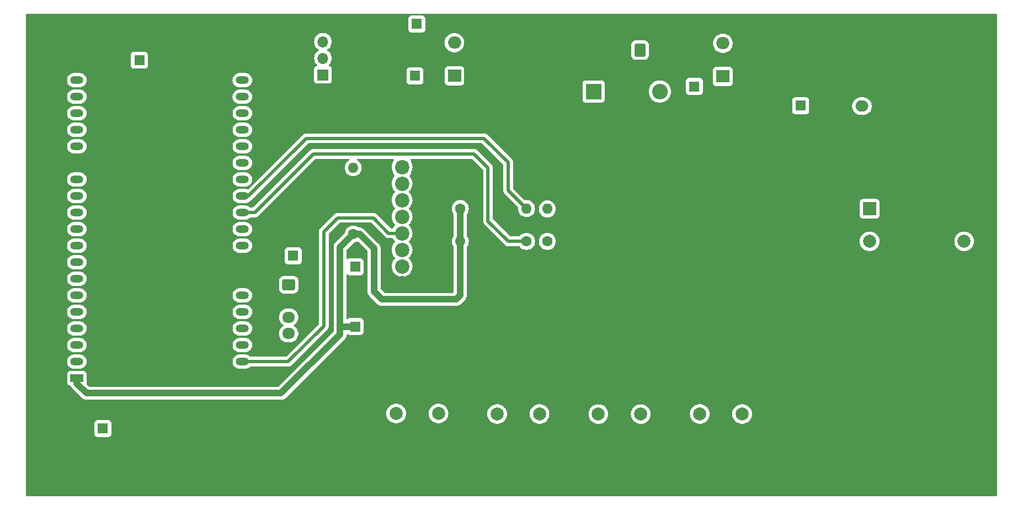
<source format=gtl>
G04 #@! TF.GenerationSoftware,KiCad,Pcbnew,8.0.3*
G04 #@! TF.CreationDate,2024-07-01T22:09:14+02:00*
G04 #@! TF.ProjectId,VFO na esp32,56464f20-6e61-4206-9573-7033322e6b69,rev?*
G04 #@! TF.SameCoordinates,Original*
G04 #@! TF.FileFunction,Copper,L1,Top*
G04 #@! TF.FilePolarity,Positive*
%FSLAX46Y46*%
G04 Gerber Fmt 4.6, Leading zero omitted, Abs format (unit mm)*
G04 Created by KiCad (PCBNEW 8.0.3) date 2024-07-01 22:09:14*
%MOMM*%
%LPD*%
G01*
G04 APERTURE LIST*
G04 Aperture macros list*
%AMRoundRect*
0 Rectangle with rounded corners*
0 $1 Rounding radius*
0 $2 $3 $4 $5 $6 $7 $8 $9 X,Y pos of 4 corners*
0 Add a 4 corners polygon primitive as box body*
4,1,4,$2,$3,$4,$5,$6,$7,$8,$9,$2,$3,0*
0 Add four circle primitives for the rounded corners*
1,1,$1+$1,$2,$3*
1,1,$1+$1,$4,$5*
1,1,$1+$1,$6,$7*
1,1,$1+$1,$8,$9*
0 Add four rect primitives between the rounded corners*
20,1,$1+$1,$2,$3,$4,$5,0*
20,1,$1+$1,$4,$5,$6,$7,0*
20,1,$1+$1,$6,$7,$8,$9,0*
20,1,$1+$1,$8,$9,$2,$3,0*%
G04 Aperture macros list end*
G04 #@! TA.AperFunction,ComponentPad*
%ADD10R,1.600000X1.600000*%
G04 #@! TD*
G04 #@! TA.AperFunction,ComponentPad*
%ADD11C,1.600000*%
G04 #@! TD*
G04 #@! TA.AperFunction,ComponentPad*
%ADD12C,2.200000*%
G04 #@! TD*
G04 #@! TA.AperFunction,ComponentPad*
%ADD13R,1.700000X1.700000*%
G04 #@! TD*
G04 #@! TA.AperFunction,ComponentPad*
%ADD14O,1.700000X1.700000*%
G04 #@! TD*
G04 #@! TA.AperFunction,ComponentPad*
%ADD15C,5.000000*%
G04 #@! TD*
G04 #@! TA.AperFunction,ComponentPad*
%ADD16O,1.600000X1.600000*%
G04 #@! TD*
G04 #@! TA.AperFunction,ComponentPad*
%ADD17C,7.000000*%
G04 #@! TD*
G04 #@! TA.AperFunction,ComponentPad*
%ADD18R,2.000000X2.000000*%
G04 #@! TD*
G04 #@! TA.AperFunction,ComponentPad*
%ADD19C,2.000000*%
G04 #@! TD*
G04 #@! TA.AperFunction,ComponentPad*
%ADD20R,3.200000X2.000000*%
G04 #@! TD*
G04 #@! TA.AperFunction,ComponentPad*
%ADD21R,2.400000X2.400000*%
G04 #@! TD*
G04 #@! TA.AperFunction,ComponentPad*
%ADD22O,2.400000X2.400000*%
G04 #@! TD*
G04 #@! TA.AperFunction,ComponentPad*
%ADD23RoundRect,0.250000X0.750000X-0.600000X0.750000X0.600000X-0.750000X0.600000X-0.750000X-0.600000X0*%
G04 #@! TD*
G04 #@! TA.AperFunction,ComponentPad*
%ADD24O,2.000000X1.700000*%
G04 #@! TD*
G04 #@! TA.AperFunction,ComponentPad*
%ADD25RoundRect,0.250000X0.600000X0.750000X-0.600000X0.750000X-0.600000X-0.750000X0.600000X-0.750000X0*%
G04 #@! TD*
G04 #@! TA.AperFunction,ComponentPad*
%ADD26O,1.700000X2.000000*%
G04 #@! TD*
G04 #@! TA.AperFunction,ComponentPad*
%ADD27R,2.000000X1.200000*%
G04 #@! TD*
G04 #@! TA.AperFunction,ComponentPad*
%ADD28O,2.000000X1.200000*%
G04 #@! TD*
G04 #@! TA.AperFunction,ComponentPad*
%ADD29R,2.000000X1.905000*%
G04 #@! TD*
G04 #@! TA.AperFunction,ComponentPad*
%ADD30O,2.000000X1.905000*%
G04 #@! TD*
G04 #@! TA.AperFunction,ComponentPad*
%ADD31RoundRect,0.250000X-0.725000X0.600000X-0.725000X-0.600000X0.725000X-0.600000X0.725000X0.600000X0*%
G04 #@! TD*
G04 #@! TA.AperFunction,ComponentPad*
%ADD32O,1.950000X1.700000*%
G04 #@! TD*
G04 #@! TA.AperFunction,Conductor*
%ADD33C,1.000000*%
G04 #@! TD*
G04 #@! TA.AperFunction,Conductor*
%ADD34C,0.500000*%
G04 #@! TD*
G04 APERTURE END LIST*
D10*
X113800000Y-67900000D03*
D11*
X113800000Y-62900000D03*
D12*
X154100000Y-84300000D03*
X154100000Y-86840000D03*
X154100000Y-89380000D03*
X154100000Y-91920000D03*
X154100000Y-94460000D03*
X154100000Y-97000000D03*
X154100000Y-99540000D03*
X154100000Y-102080000D03*
D10*
X146900000Y-99600000D03*
D11*
X146900000Y-104600000D03*
D10*
X156070000Y-70307349D03*
D11*
X156070000Y-73807349D03*
D13*
X141970000Y-70155000D03*
D14*
X141970000Y-67615000D03*
X141970000Y-65075000D03*
D15*
X239000000Y-129000000D03*
D11*
X176400000Y-95700000D03*
D16*
X176400000Y-105700000D03*
D10*
X108200000Y-124400000D03*
D11*
X113200000Y-124400000D03*
D15*
X102000000Y-66000000D03*
D17*
X177950000Y-67810000D03*
D13*
X154125000Y-84325000D03*
D14*
X154125000Y-86865000D03*
X154125000Y-89405000D03*
X154125000Y-91945000D03*
X154125000Y-94485000D03*
X154125000Y-97025000D03*
X154125000Y-99565000D03*
X154125000Y-102105000D03*
D18*
X225850000Y-90700000D03*
D19*
X225850000Y-95700000D03*
X225850000Y-93200000D03*
D20*
X233350000Y-87600000D03*
X233350000Y-98800000D03*
D19*
X240350000Y-95700000D03*
X240350000Y-90700000D03*
X159700000Y-126610000D03*
X153200000Y-126610000D03*
X159700000Y-122110000D03*
X153200000Y-122110000D03*
X190730000Y-126700000D03*
X184230000Y-126700000D03*
X190730000Y-122200000D03*
X184230000Y-122200000D03*
D21*
X183500000Y-72720000D03*
D22*
X193660000Y-72720000D03*
D10*
X156360000Y-62360000D03*
D11*
X156360000Y-67360000D03*
D23*
X224670000Y-77460000D03*
D24*
X224670000Y-74960000D03*
D11*
X146600000Y-94580000D03*
D16*
X146600000Y-84420000D03*
D19*
X175200000Y-126670000D03*
X168700000Y-126670000D03*
X175200000Y-122170000D03*
X168700000Y-122170000D03*
D11*
X163050000Y-90670000D03*
D16*
X173210000Y-90670000D03*
D25*
X190600000Y-66360000D03*
D26*
X188100000Y-66360000D03*
D17*
X219150000Y-67830000D03*
D10*
X215260000Y-74890000D03*
D11*
X215260000Y-79890000D03*
D15*
X203000000Y-80100000D03*
D10*
X137400000Y-97900000D03*
D11*
X137400000Y-92900000D03*
D15*
X239000000Y-66000000D03*
D11*
X176400000Y-80720000D03*
D16*
X176400000Y-90720000D03*
D15*
X102000000Y-129000000D03*
D10*
X198950000Y-71950000D03*
D11*
X198950000Y-68450000D03*
D10*
X146910000Y-108770000D03*
D11*
X146910000Y-113770000D03*
X173200000Y-95700000D03*
D16*
X163040000Y-95700000D03*
D15*
X202900000Y-106700000D03*
D19*
X206290000Y-126670000D03*
X199790000Y-126670000D03*
X206290000Y-122170000D03*
X199790000Y-122170000D03*
D27*
X104200000Y-116703440D03*
D28*
X104200000Y-114163440D03*
X104200000Y-111623440D03*
X104200000Y-109083440D03*
X104200000Y-106543440D03*
X104200000Y-104003440D03*
X104200000Y-101463440D03*
X104200000Y-98923440D03*
X104200000Y-96383440D03*
X104200000Y-93843440D03*
X104200000Y-91303440D03*
X104200000Y-88763440D03*
X104200000Y-86223440D03*
X104200000Y-83683440D03*
X104200000Y-81143440D03*
X104200000Y-78603440D03*
X104200000Y-76063440D03*
X104200000Y-73523440D03*
X104200000Y-70983440D03*
X129596320Y-70986160D03*
X129596320Y-73526160D03*
X129600000Y-76063440D03*
X129600000Y-78603440D03*
X129600000Y-81143440D03*
X129600000Y-83683440D03*
X129600000Y-86223440D03*
X129600000Y-88763440D03*
X129600000Y-91303440D03*
X129600000Y-93843440D03*
X129600000Y-96383440D03*
X129600000Y-98923440D03*
X129600000Y-101463440D03*
X129600000Y-104003440D03*
X129600000Y-106543440D03*
X129600000Y-109083440D03*
X129600000Y-111623440D03*
X129600000Y-114163440D03*
X129600000Y-116703440D03*
D29*
X162150000Y-70310000D03*
D30*
X162150000Y-67770000D03*
X162150000Y-65230000D03*
D29*
X203330000Y-70400000D03*
D30*
X203330000Y-67860000D03*
X203330000Y-65320000D03*
D31*
X136700000Y-102350000D03*
D32*
X136700000Y-104850000D03*
X136700000Y-107350000D03*
X136700000Y-109850000D03*
D33*
X151030000Y-104600000D02*
X162400000Y-104600000D01*
X144600000Y-96580000D02*
X146600000Y-94580000D01*
D34*
X144600000Y-108600000D02*
X144600000Y-96580000D01*
D33*
X146910000Y-108770000D02*
X144720000Y-108770000D01*
X151030000Y-104600000D02*
X149800000Y-103370000D01*
X163020000Y-103980000D02*
X163020000Y-90700000D01*
X105700000Y-119000000D02*
X104200000Y-117500000D01*
D34*
X144720000Y-108770000D02*
X144600000Y-108890000D01*
D33*
X104200000Y-117500000D02*
X104200000Y-116703440D01*
X162400000Y-104600000D02*
X163020000Y-103980000D01*
X147600000Y-94580000D02*
X146600000Y-94580000D01*
D34*
X163020000Y-90700000D02*
X163050000Y-90670000D01*
D33*
X144600000Y-96580000D02*
X144600000Y-109950000D01*
X144600000Y-109950000D02*
X135550000Y-119000000D01*
D34*
X144600000Y-109350000D02*
X144600000Y-108890000D01*
D33*
X149800000Y-96780000D02*
X147600000Y-94580000D01*
X149800000Y-103370000D02*
X149800000Y-96780000D01*
D34*
X144600000Y-108890000D02*
X144600000Y-108600000D01*
D33*
X135550000Y-119000000D02*
X105700000Y-119000000D01*
D34*
X170400000Y-87930000D02*
X173180000Y-90710000D01*
X166700000Y-79900000D02*
X170400000Y-83600000D01*
X139400000Y-79900000D02*
X166700000Y-79900000D01*
X130536560Y-88763440D02*
X139400000Y-79900000D01*
X129600000Y-88763440D02*
X130536560Y-88763440D01*
X170400000Y-83600000D02*
X170400000Y-87930000D01*
X165180000Y-82300000D02*
X167300000Y-84420000D01*
X167300000Y-84420000D02*
X167300000Y-92600000D01*
X131496560Y-91303440D02*
X140500000Y-82300000D01*
X129600000Y-91303440D02*
X131496560Y-91303440D01*
X170400000Y-95700000D02*
X172980000Y-95700000D01*
X167300000Y-92600000D02*
X170400000Y-95700000D01*
X140500000Y-82300000D02*
X165180000Y-82300000D01*
X129600000Y-114163440D02*
X136636560Y-114163440D01*
X152060000Y-94460000D02*
X154100000Y-94460000D01*
X136636560Y-114163440D02*
X142100000Y-108700000D01*
X144210000Y-92090000D02*
X149690000Y-92090000D01*
X142100000Y-94200000D02*
X144210000Y-92090000D01*
X149690000Y-92090000D02*
X152060000Y-94460000D01*
X142100000Y-108700000D02*
X142100000Y-94200000D01*
X153900000Y-92080000D02*
X153620000Y-91800000D01*
G04 #@! TA.AperFunction,Conductor*
G36*
X245342539Y-60820185D02*
G01*
X245388294Y-60872989D01*
X245399500Y-60924500D01*
X245399500Y-134675500D01*
X245379815Y-134742539D01*
X245327011Y-134788294D01*
X245275500Y-134799500D01*
X96524500Y-134799500D01*
X96457461Y-134779815D01*
X96411706Y-134727011D01*
X96400500Y-134675500D01*
X96400500Y-123552135D01*
X106899500Y-123552135D01*
X106899500Y-125247870D01*
X106899501Y-125247876D01*
X106905908Y-125307483D01*
X106956202Y-125442328D01*
X106956206Y-125442335D01*
X107042452Y-125557544D01*
X107042455Y-125557547D01*
X107157664Y-125643793D01*
X107157671Y-125643797D01*
X107292517Y-125694091D01*
X107292516Y-125694091D01*
X107299444Y-125694835D01*
X107352127Y-125700500D01*
X109047872Y-125700499D01*
X109107483Y-125694091D01*
X109242331Y-125643796D01*
X109357546Y-125557546D01*
X109443796Y-125442331D01*
X109494091Y-125307483D01*
X109500500Y-125247873D01*
X109500499Y-123552128D01*
X109494091Y-123492517D01*
X109470950Y-123430474D01*
X109443797Y-123357671D01*
X109443793Y-123357664D01*
X109357547Y-123242455D01*
X109357544Y-123242452D01*
X109242335Y-123156206D01*
X109242328Y-123156202D01*
X109107482Y-123105908D01*
X109107483Y-123105908D01*
X109047883Y-123099501D01*
X109047881Y-123099500D01*
X109047873Y-123099500D01*
X109047864Y-123099500D01*
X107352129Y-123099500D01*
X107352123Y-123099501D01*
X107292516Y-123105908D01*
X107157671Y-123156202D01*
X107157664Y-123156206D01*
X107042455Y-123242452D01*
X107042452Y-123242455D01*
X106956206Y-123357664D01*
X106956202Y-123357671D01*
X106905908Y-123492517D01*
X106899854Y-123548830D01*
X106899501Y-123552123D01*
X106899500Y-123552135D01*
X96400500Y-123552135D01*
X96400500Y-122109994D01*
X151694357Y-122109994D01*
X151694357Y-122110005D01*
X151714890Y-122357812D01*
X151714892Y-122357824D01*
X151775936Y-122598881D01*
X151875826Y-122826606D01*
X152011833Y-123034782D01*
X152011836Y-123034785D01*
X152180256Y-123217738D01*
X152376491Y-123370474D01*
X152595190Y-123488828D01*
X152830386Y-123569571D01*
X153075665Y-123610500D01*
X153324335Y-123610500D01*
X153569614Y-123569571D01*
X153804810Y-123488828D01*
X154023509Y-123370474D01*
X154219744Y-123217738D01*
X154388164Y-123034785D01*
X154524173Y-122826607D01*
X154624063Y-122598881D01*
X154685108Y-122357821D01*
X154698185Y-122200005D01*
X154705643Y-122110005D01*
X154705643Y-122109994D01*
X158194357Y-122109994D01*
X158194357Y-122110005D01*
X158214890Y-122357812D01*
X158214892Y-122357824D01*
X158275936Y-122598881D01*
X158375826Y-122826606D01*
X158511833Y-123034782D01*
X158511836Y-123034785D01*
X158680256Y-123217738D01*
X158876491Y-123370474D01*
X159095190Y-123488828D01*
X159330386Y-123569571D01*
X159575665Y-123610500D01*
X159824335Y-123610500D01*
X160069614Y-123569571D01*
X160304810Y-123488828D01*
X160523509Y-123370474D01*
X160719744Y-123217738D01*
X160888164Y-123034785D01*
X161024173Y-122826607D01*
X161124063Y-122598881D01*
X161185108Y-122357821D01*
X161198185Y-122200005D01*
X161200672Y-122169994D01*
X167194357Y-122169994D01*
X167194357Y-122170005D01*
X167214890Y-122417812D01*
X167214892Y-122417824D01*
X167275936Y-122658881D01*
X167375826Y-122886606D01*
X167511833Y-123094782D01*
X167511836Y-123094785D01*
X167680256Y-123277738D01*
X167876491Y-123430474D01*
X168095190Y-123548828D01*
X168330386Y-123629571D01*
X168575665Y-123670500D01*
X168824335Y-123670500D01*
X169069614Y-123629571D01*
X169304810Y-123548828D01*
X169523509Y-123430474D01*
X169719744Y-123277738D01*
X169888164Y-123094785D01*
X170024173Y-122886607D01*
X170124063Y-122658881D01*
X170185108Y-122417821D01*
X170185109Y-122417812D01*
X170205643Y-122170005D01*
X170205643Y-122169994D01*
X173694357Y-122169994D01*
X173694357Y-122170005D01*
X173714890Y-122417812D01*
X173714892Y-122417824D01*
X173775936Y-122658881D01*
X173875826Y-122886606D01*
X174011833Y-123094782D01*
X174011836Y-123094785D01*
X174180256Y-123277738D01*
X174376491Y-123430474D01*
X174595190Y-123548828D01*
X174830386Y-123629571D01*
X175075665Y-123670500D01*
X175324335Y-123670500D01*
X175569614Y-123629571D01*
X175804810Y-123548828D01*
X176023509Y-123430474D01*
X176219744Y-123277738D01*
X176388164Y-123094785D01*
X176524173Y-122886607D01*
X176624063Y-122658881D01*
X176685108Y-122417821D01*
X176685109Y-122417812D01*
X176703158Y-122199994D01*
X182724357Y-122199994D01*
X182724357Y-122200005D01*
X182744890Y-122447812D01*
X182744892Y-122447824D01*
X182805936Y-122688881D01*
X182905826Y-122916606D01*
X183041833Y-123124782D01*
X183041836Y-123124785D01*
X183210256Y-123307738D01*
X183406491Y-123460474D01*
X183406493Y-123460475D01*
X183608084Y-123569571D01*
X183625190Y-123578828D01*
X183860386Y-123659571D01*
X184105665Y-123700500D01*
X184354335Y-123700500D01*
X184599614Y-123659571D01*
X184834810Y-123578828D01*
X185053509Y-123460474D01*
X185249744Y-123307738D01*
X185418164Y-123124785D01*
X185554173Y-122916607D01*
X185654063Y-122688881D01*
X185715108Y-122447821D01*
X185717595Y-122417812D01*
X185735643Y-122200005D01*
X185735643Y-122199994D01*
X189224357Y-122199994D01*
X189224357Y-122200005D01*
X189244890Y-122447812D01*
X189244892Y-122447824D01*
X189305936Y-122688881D01*
X189405826Y-122916606D01*
X189541833Y-123124782D01*
X189541836Y-123124785D01*
X189710256Y-123307738D01*
X189906491Y-123460474D01*
X189906493Y-123460475D01*
X190108084Y-123569571D01*
X190125190Y-123578828D01*
X190360386Y-123659571D01*
X190605665Y-123700500D01*
X190854335Y-123700500D01*
X191099614Y-123659571D01*
X191334810Y-123578828D01*
X191553509Y-123460474D01*
X191749744Y-123307738D01*
X191918164Y-123124785D01*
X192054173Y-122916607D01*
X192154063Y-122688881D01*
X192215108Y-122447821D01*
X192217595Y-122417812D01*
X192235643Y-122200005D01*
X192235643Y-122199994D01*
X192233157Y-122169994D01*
X198284357Y-122169994D01*
X198284357Y-122170005D01*
X198304890Y-122417812D01*
X198304892Y-122417824D01*
X198365936Y-122658881D01*
X198465826Y-122886606D01*
X198601833Y-123094782D01*
X198601836Y-123094785D01*
X198770256Y-123277738D01*
X198966491Y-123430474D01*
X199185190Y-123548828D01*
X199420386Y-123629571D01*
X199665665Y-123670500D01*
X199914335Y-123670500D01*
X200159614Y-123629571D01*
X200394810Y-123548828D01*
X200613509Y-123430474D01*
X200809744Y-123277738D01*
X200978164Y-123094785D01*
X201114173Y-122886607D01*
X201214063Y-122658881D01*
X201275108Y-122417821D01*
X201275109Y-122417812D01*
X201295643Y-122170005D01*
X201295643Y-122169994D01*
X204784357Y-122169994D01*
X204784357Y-122170005D01*
X204804890Y-122417812D01*
X204804892Y-122417824D01*
X204865936Y-122658881D01*
X204965826Y-122886606D01*
X205101833Y-123094782D01*
X205101836Y-123094785D01*
X205270256Y-123277738D01*
X205466491Y-123430474D01*
X205685190Y-123548828D01*
X205920386Y-123629571D01*
X206165665Y-123670500D01*
X206414335Y-123670500D01*
X206659614Y-123629571D01*
X206894810Y-123548828D01*
X207113509Y-123430474D01*
X207309744Y-123277738D01*
X207478164Y-123094785D01*
X207614173Y-122886607D01*
X207714063Y-122658881D01*
X207775108Y-122417821D01*
X207775109Y-122417812D01*
X207795643Y-122170005D01*
X207795643Y-122169994D01*
X207775109Y-121922187D01*
X207775107Y-121922175D01*
X207714063Y-121681118D01*
X207614173Y-121453393D01*
X207478166Y-121245217D01*
X207422930Y-121185215D01*
X207309744Y-121062262D01*
X207113509Y-120909526D01*
X207113507Y-120909525D01*
X207113506Y-120909524D01*
X206894811Y-120791172D01*
X206894802Y-120791169D01*
X206659616Y-120710429D01*
X206414335Y-120669500D01*
X206165665Y-120669500D01*
X205920383Y-120710429D01*
X205685197Y-120791169D01*
X205685188Y-120791172D01*
X205466493Y-120909524D01*
X205270257Y-121062261D01*
X205101833Y-121245217D01*
X204965826Y-121453393D01*
X204865936Y-121681118D01*
X204804892Y-121922175D01*
X204804890Y-121922187D01*
X204784357Y-122169994D01*
X201295643Y-122169994D01*
X201275109Y-121922187D01*
X201275107Y-121922175D01*
X201214063Y-121681118D01*
X201114173Y-121453393D01*
X200978166Y-121245217D01*
X200922930Y-121185215D01*
X200809744Y-121062262D01*
X200613509Y-120909526D01*
X200613507Y-120909525D01*
X200613506Y-120909524D01*
X200394811Y-120791172D01*
X200394802Y-120791169D01*
X200159616Y-120710429D01*
X199914335Y-120669500D01*
X199665665Y-120669500D01*
X199420383Y-120710429D01*
X199185197Y-120791169D01*
X199185188Y-120791172D01*
X198966493Y-120909524D01*
X198770257Y-121062261D01*
X198601833Y-121245217D01*
X198465826Y-121453393D01*
X198365936Y-121681118D01*
X198304892Y-121922175D01*
X198304890Y-121922187D01*
X198284357Y-122169994D01*
X192233157Y-122169994D01*
X192215109Y-121952187D01*
X192215107Y-121952175D01*
X192154063Y-121711118D01*
X192054173Y-121483393D01*
X191918166Y-121275217D01*
X191835313Y-121185215D01*
X191749744Y-121092262D01*
X191553509Y-120939526D01*
X191553507Y-120939525D01*
X191553506Y-120939524D01*
X191334811Y-120821172D01*
X191334802Y-120821169D01*
X191099616Y-120740429D01*
X190854335Y-120699500D01*
X190605665Y-120699500D01*
X190360383Y-120740429D01*
X190125197Y-120821169D01*
X190125188Y-120821172D01*
X189906493Y-120939524D01*
X189710257Y-121092261D01*
X189541833Y-121275217D01*
X189405826Y-121483393D01*
X189305936Y-121711118D01*
X189244892Y-121952175D01*
X189244890Y-121952187D01*
X189224357Y-122199994D01*
X185735643Y-122199994D01*
X185715109Y-121952187D01*
X185715107Y-121952175D01*
X185654063Y-121711118D01*
X185554173Y-121483393D01*
X185418166Y-121275217D01*
X185335313Y-121185215D01*
X185249744Y-121092262D01*
X185053509Y-120939526D01*
X185053507Y-120939525D01*
X185053506Y-120939524D01*
X184834811Y-120821172D01*
X184834802Y-120821169D01*
X184599616Y-120740429D01*
X184354335Y-120699500D01*
X184105665Y-120699500D01*
X183860383Y-120740429D01*
X183625197Y-120821169D01*
X183625188Y-120821172D01*
X183406493Y-120939524D01*
X183210257Y-121092261D01*
X183041833Y-121275217D01*
X182905826Y-121483393D01*
X182805936Y-121711118D01*
X182744892Y-121952175D01*
X182744890Y-121952187D01*
X182724357Y-122199994D01*
X176703158Y-122199994D01*
X176705643Y-122170005D01*
X176705643Y-122169994D01*
X176685109Y-121922187D01*
X176685107Y-121922175D01*
X176624063Y-121681118D01*
X176524173Y-121453393D01*
X176388166Y-121245217D01*
X176332930Y-121185215D01*
X176219744Y-121062262D01*
X176023509Y-120909526D01*
X176023507Y-120909525D01*
X176023506Y-120909524D01*
X175804811Y-120791172D01*
X175804802Y-120791169D01*
X175569616Y-120710429D01*
X175324335Y-120669500D01*
X175075665Y-120669500D01*
X174830383Y-120710429D01*
X174595197Y-120791169D01*
X174595188Y-120791172D01*
X174376493Y-120909524D01*
X174180257Y-121062261D01*
X174011833Y-121245217D01*
X173875826Y-121453393D01*
X173775936Y-121681118D01*
X173714892Y-121922175D01*
X173714890Y-121922187D01*
X173694357Y-122169994D01*
X170205643Y-122169994D01*
X170185109Y-121922187D01*
X170185107Y-121922175D01*
X170124063Y-121681118D01*
X170024173Y-121453393D01*
X169888166Y-121245217D01*
X169832930Y-121185215D01*
X169719744Y-121062262D01*
X169523509Y-120909526D01*
X169523507Y-120909525D01*
X169523506Y-120909524D01*
X169304811Y-120791172D01*
X169304802Y-120791169D01*
X169069616Y-120710429D01*
X168824335Y-120669500D01*
X168575665Y-120669500D01*
X168330383Y-120710429D01*
X168095197Y-120791169D01*
X168095188Y-120791172D01*
X167876493Y-120909524D01*
X167680257Y-121062261D01*
X167511833Y-121245217D01*
X167375826Y-121453393D01*
X167275936Y-121681118D01*
X167214892Y-121922175D01*
X167214890Y-121922187D01*
X167194357Y-122169994D01*
X161200672Y-122169994D01*
X161205643Y-122110005D01*
X161205643Y-122109994D01*
X161185109Y-121862187D01*
X161185107Y-121862175D01*
X161124063Y-121621118D01*
X161024173Y-121393393D01*
X160888166Y-121185217D01*
X160866557Y-121161744D01*
X160719744Y-121002262D01*
X160523509Y-120849526D01*
X160523507Y-120849525D01*
X160523506Y-120849524D01*
X160304811Y-120731172D01*
X160304802Y-120731169D01*
X160069616Y-120650429D01*
X159824335Y-120609500D01*
X159575665Y-120609500D01*
X159330383Y-120650429D01*
X159095197Y-120731169D01*
X159095188Y-120731172D01*
X158876493Y-120849524D01*
X158680257Y-121002261D01*
X158511833Y-121185217D01*
X158375826Y-121393393D01*
X158275936Y-121621118D01*
X158214892Y-121862175D01*
X158214890Y-121862187D01*
X158194357Y-122109994D01*
X154705643Y-122109994D01*
X154685109Y-121862187D01*
X154685107Y-121862175D01*
X154624063Y-121621118D01*
X154524173Y-121393393D01*
X154388166Y-121185217D01*
X154366557Y-121161744D01*
X154219744Y-121002262D01*
X154023509Y-120849526D01*
X154023507Y-120849525D01*
X154023506Y-120849524D01*
X153804811Y-120731172D01*
X153804802Y-120731169D01*
X153569616Y-120650429D01*
X153324335Y-120609500D01*
X153075665Y-120609500D01*
X152830383Y-120650429D01*
X152595197Y-120731169D01*
X152595188Y-120731172D01*
X152376493Y-120849524D01*
X152180257Y-121002261D01*
X152011833Y-121185217D01*
X151875826Y-121393393D01*
X151775936Y-121621118D01*
X151714892Y-121862175D01*
X151714890Y-121862187D01*
X151694357Y-122109994D01*
X96400500Y-122109994D01*
X96400500Y-116055575D01*
X102699500Y-116055575D01*
X102699500Y-117351310D01*
X102699501Y-117351316D01*
X102705908Y-117410923D01*
X102756202Y-117545768D01*
X102756206Y-117545775D01*
X102842452Y-117660984D01*
X102842455Y-117660987D01*
X102957664Y-117747233D01*
X102957671Y-117747237D01*
X103092516Y-117797531D01*
X103152117Y-117803939D01*
X103152118Y-117803939D01*
X103152127Y-117803940D01*
X103160100Y-117803939D01*
X103227138Y-117823618D01*
X103272898Y-117876418D01*
X103274669Y-117880487D01*
X103313364Y-117973907D01*
X103313371Y-117973920D01*
X103422859Y-118137780D01*
X103422860Y-118137781D01*
X103422861Y-118137782D01*
X103562218Y-118277139D01*
X103562219Y-118277139D01*
X103569286Y-118284206D01*
X103569285Y-118284206D01*
X103569288Y-118284208D01*
X104922860Y-119637781D01*
X104922861Y-119637782D01*
X105062218Y-119777139D01*
X105226086Y-119886632D01*
X105332745Y-119930811D01*
X105408164Y-119962051D01*
X105601454Y-120000499D01*
X105601457Y-120000500D01*
X105601459Y-120000500D01*
X135648542Y-120000500D01*
X135667870Y-119996655D01*
X135745188Y-119981275D01*
X135841836Y-119962051D01*
X135895165Y-119939961D01*
X136023914Y-119886632D01*
X136187782Y-119777139D01*
X136327139Y-119637782D01*
X136327139Y-119637780D01*
X136337347Y-119627573D01*
X136337348Y-119627570D01*
X145377140Y-110587781D01*
X145420465Y-110522940D01*
X145486632Y-110423914D01*
X145562051Y-110241835D01*
X145589605Y-110103313D01*
X145601689Y-110042566D01*
X145602923Y-110042811D01*
X145626613Y-109984117D01*
X145683641Y-109943749D01*
X145753440Y-109940620D01*
X145798178Y-109961775D01*
X145867665Y-110013793D01*
X145867668Y-110013795D01*
X145867671Y-110013797D01*
X146002517Y-110064091D01*
X146002516Y-110064091D01*
X146009444Y-110064835D01*
X146062127Y-110070500D01*
X147757872Y-110070499D01*
X147817483Y-110064091D01*
X147952331Y-110013796D01*
X148067546Y-109927546D01*
X148153796Y-109812331D01*
X148204091Y-109677483D01*
X148210500Y-109617873D01*
X148210499Y-107922128D01*
X148204091Y-107862517D01*
X148153796Y-107727669D01*
X148153795Y-107727668D01*
X148153793Y-107727664D01*
X148067547Y-107612455D01*
X148067544Y-107612452D01*
X147952335Y-107526206D01*
X147952328Y-107526202D01*
X147817482Y-107475908D01*
X147817483Y-107475908D01*
X147757883Y-107469501D01*
X147757881Y-107469500D01*
X147757873Y-107469500D01*
X147757864Y-107469500D01*
X146062129Y-107469500D01*
X146062123Y-107469501D01*
X146002516Y-107475908D01*
X145867671Y-107526202D01*
X145867668Y-107526204D01*
X145798811Y-107577751D01*
X145733347Y-107602168D01*
X145665074Y-107587316D01*
X145615668Y-107537911D01*
X145600500Y-107478484D01*
X145600500Y-100899001D01*
X145620185Y-100831962D01*
X145672989Y-100786207D01*
X145742147Y-100776263D01*
X145798810Y-100799734D01*
X145857665Y-100843793D01*
X145857668Y-100843795D01*
X145857671Y-100843797D01*
X145992517Y-100894091D01*
X145992516Y-100894091D01*
X145999444Y-100894835D01*
X146052127Y-100900500D01*
X147747872Y-100900499D01*
X147807483Y-100894091D01*
X147942331Y-100843796D01*
X148057546Y-100757546D01*
X148143796Y-100642331D01*
X148194091Y-100507483D01*
X148200500Y-100447873D01*
X148200499Y-98752128D01*
X148194091Y-98692517D01*
X148184103Y-98665739D01*
X148143797Y-98557671D01*
X148143793Y-98557664D01*
X148057547Y-98442455D01*
X148057544Y-98442452D01*
X147942335Y-98356206D01*
X147942328Y-98356202D01*
X147807482Y-98305908D01*
X147807483Y-98305908D01*
X147747883Y-98299501D01*
X147747881Y-98299500D01*
X147747873Y-98299500D01*
X147747864Y-98299500D01*
X146052129Y-98299500D01*
X146052123Y-98299501D01*
X145992516Y-98305908D01*
X145857671Y-98356202D01*
X145857668Y-98356204D01*
X145798811Y-98400265D01*
X145733347Y-98424682D01*
X145665074Y-98409830D01*
X145615668Y-98360425D01*
X145600500Y-98300998D01*
X145600500Y-97045781D01*
X145620185Y-96978742D01*
X145636814Y-96958104D01*
X146688033Y-95906885D01*
X146749354Y-95873402D01*
X146764898Y-95871041D01*
X146826692Y-95865635D01*
X147046496Y-95806739D01*
X147216951Y-95727253D01*
X147286026Y-95716762D01*
X147349810Y-95745281D01*
X147357035Y-95751955D01*
X148763181Y-97158101D01*
X148796666Y-97219424D01*
X148799500Y-97245782D01*
X148799500Y-103468544D01*
X148837947Y-103661833D01*
X148837949Y-103661837D01*
X148860038Y-103715164D01*
X148913366Y-103843911D01*
X148913371Y-103843920D01*
X149022859Y-104007780D01*
X149022860Y-104007781D01*
X149022861Y-104007782D01*
X149162218Y-104147139D01*
X149162219Y-104147139D01*
X149169286Y-104154206D01*
X149169285Y-104154206D01*
X149169289Y-104154209D01*
X150392215Y-105377137D01*
X150392219Y-105377140D01*
X150556079Y-105486628D01*
X150556085Y-105486631D01*
X150556086Y-105486632D01*
X150738165Y-105562052D01*
X150899389Y-105594121D01*
X150931457Y-105600499D01*
X150931458Y-105600500D01*
X150931459Y-105600500D01*
X162498542Y-105600500D01*
X162530614Y-105594120D01*
X162595188Y-105581275D01*
X162691836Y-105562051D01*
X162784744Y-105523567D01*
X162873914Y-105486632D01*
X163037782Y-105377139D01*
X163177139Y-105237782D01*
X163177140Y-105237779D01*
X163797139Y-104617782D01*
X163834129Y-104562421D01*
X163906631Y-104453916D01*
X163906636Y-104453906D01*
X163982049Y-104271839D01*
X163982051Y-104271835D01*
X164005449Y-104154209D01*
X164018212Y-104090048D01*
X164018977Y-104086194D01*
X164020500Y-104078541D01*
X164020500Y-103881460D01*
X164020500Y-96606152D01*
X164040185Y-96539113D01*
X164042925Y-96535029D01*
X164075740Y-96488163D01*
X164170568Y-96352734D01*
X164266739Y-96146496D01*
X164325635Y-95926692D01*
X164345468Y-95700000D01*
X164345467Y-95699994D01*
X164325635Y-95473313D01*
X164325635Y-95473308D01*
X164266739Y-95253504D01*
X164170568Y-95047266D01*
X164060500Y-94890071D01*
X164042925Y-94864970D01*
X164020597Y-94798763D01*
X164020500Y-94793847D01*
X164020500Y-91589484D01*
X164040185Y-91522445D01*
X164049513Y-91509776D01*
X164050046Y-91509140D01*
X164091106Y-91450500D01*
X164180568Y-91322734D01*
X164276739Y-91116496D01*
X164335635Y-90896692D01*
X164355468Y-90670000D01*
X164335635Y-90443308D01*
X164276739Y-90223504D01*
X164180568Y-90017266D01*
X164050047Y-89830861D01*
X164050045Y-89830858D01*
X163889141Y-89669954D01*
X163702734Y-89539432D01*
X163702732Y-89539431D01*
X163496497Y-89443261D01*
X163496488Y-89443258D01*
X163276697Y-89384366D01*
X163276693Y-89384365D01*
X163276692Y-89384365D01*
X163276691Y-89384364D01*
X163276686Y-89384364D01*
X163050002Y-89364532D01*
X163049998Y-89364532D01*
X162823313Y-89384364D01*
X162823302Y-89384366D01*
X162603511Y-89443258D01*
X162603502Y-89443261D01*
X162397267Y-89539431D01*
X162397265Y-89539432D01*
X162210858Y-89669954D01*
X162049954Y-89830858D01*
X161919432Y-90017265D01*
X161919431Y-90017267D01*
X161823261Y-90223502D01*
X161823258Y-90223511D01*
X161764366Y-90443302D01*
X161764364Y-90443313D01*
X161744532Y-90669998D01*
X161744532Y-90670001D01*
X161764364Y-90896686D01*
X161764366Y-90896697D01*
X161823258Y-91116488D01*
X161823261Y-91116497D01*
X161870047Y-91216829D01*
X161919432Y-91322734D01*
X161990982Y-91424919D01*
X161997075Y-91433620D01*
X162019402Y-91499826D01*
X162019500Y-91504743D01*
X162019500Y-94850974D01*
X161999815Y-94918013D01*
X161997075Y-94922097D01*
X161909432Y-95047266D01*
X161813261Y-95253502D01*
X161813258Y-95253511D01*
X161754366Y-95473302D01*
X161754364Y-95473313D01*
X161734532Y-95699998D01*
X161734532Y-95700001D01*
X161754364Y-95926686D01*
X161754366Y-95926697D01*
X161813258Y-96146488D01*
X161813260Y-96146492D01*
X161813261Y-96146496D01*
X161833026Y-96188881D01*
X161909430Y-96352731D01*
X161909431Y-96352732D01*
X161909432Y-96352734D01*
X161997076Y-96477903D01*
X162019402Y-96544106D01*
X162019500Y-96549024D01*
X162019500Y-103475500D01*
X161999815Y-103542539D01*
X161947011Y-103588294D01*
X161895500Y-103599500D01*
X151495783Y-103599500D01*
X151428744Y-103579815D01*
X151408102Y-103563181D01*
X150836819Y-102991898D01*
X150803334Y-102930575D01*
X150800500Y-102904217D01*
X150800500Y-96681456D01*
X150774567Y-96551087D01*
X150774567Y-96551086D01*
X150762051Y-96488164D01*
X150725310Y-96399464D01*
X150686632Y-96306086D01*
X150628326Y-96218825D01*
X150577139Y-96142217D01*
X150434686Y-95999764D01*
X150434655Y-95999735D01*
X148381479Y-93946559D01*
X148381459Y-93946537D01*
X148237785Y-93802863D01*
X148237781Y-93802860D01*
X148073920Y-93693371D01*
X148073911Y-93693366D01*
X147990683Y-93658892D01*
X147945165Y-93640038D01*
X147918500Y-93628993D01*
X147891837Y-93617949D01*
X147891833Y-93617947D01*
X147729906Y-93585739D01*
X147729905Y-93585738D01*
X147714223Y-93582619D01*
X147698542Y-93579500D01*
X147698541Y-93579500D01*
X147477588Y-93579500D01*
X147410549Y-93559815D01*
X147406465Y-93557075D01*
X147348293Y-93516343D01*
X147252734Y-93449432D01*
X147191745Y-93420992D01*
X147046497Y-93353261D01*
X147046488Y-93353258D01*
X146826697Y-93294366D01*
X146826693Y-93294365D01*
X146826692Y-93294365D01*
X146826691Y-93294364D01*
X146826686Y-93294364D01*
X146600002Y-93274532D01*
X146599998Y-93274532D01*
X146373313Y-93294364D01*
X146373302Y-93294366D01*
X146153511Y-93353258D01*
X146153502Y-93353261D01*
X145947267Y-93449431D01*
X145947265Y-93449432D01*
X145760858Y-93579954D01*
X145599954Y-93740858D01*
X145469432Y-93927265D01*
X145469431Y-93927267D01*
X145373261Y-94133502D01*
X145373258Y-94133511D01*
X145314366Y-94353302D01*
X145314364Y-94353311D01*
X145308958Y-94415096D01*
X145283504Y-94480164D01*
X145273111Y-94491967D01*
X144602249Y-95162830D01*
X143962221Y-95802858D01*
X143962218Y-95802861D01*
X143900303Y-95864776D01*
X143822859Y-95942219D01*
X143713371Y-96106079D01*
X143713366Y-96106088D01*
X143666670Y-96218825D01*
X143637950Y-96288159D01*
X143637949Y-96288163D01*
X143637949Y-96288164D01*
X143634384Y-96306086D01*
X143599500Y-96481456D01*
X143599500Y-109484217D01*
X143579815Y-109551256D01*
X143563181Y-109571898D01*
X135171899Y-117963181D01*
X135110576Y-117996666D01*
X135084218Y-117999500D01*
X106165783Y-117999500D01*
X106098744Y-117979815D01*
X106078102Y-117963181D01*
X105704734Y-117589814D01*
X105671249Y-117528491D01*
X105676232Y-117458802D01*
X105694091Y-117410923D01*
X105700500Y-117351313D01*
X105700499Y-116055568D01*
X105694091Y-115995957D01*
X105643796Y-115861109D01*
X105643795Y-115861108D01*
X105643793Y-115861104D01*
X105557547Y-115745895D01*
X105557544Y-115745892D01*
X105442335Y-115659646D01*
X105442328Y-115659642D01*
X105307482Y-115609348D01*
X105307483Y-115609348D01*
X105247883Y-115602941D01*
X105247881Y-115602940D01*
X105247873Y-115602940D01*
X105247864Y-115602940D01*
X103152129Y-115602940D01*
X103152123Y-115602941D01*
X103092516Y-115609348D01*
X102957671Y-115659642D01*
X102957664Y-115659646D01*
X102842455Y-115745892D01*
X102842452Y-115745895D01*
X102756206Y-115861104D01*
X102756202Y-115861111D01*
X102705908Y-115995957D01*
X102699501Y-116055556D01*
X102699501Y-116055563D01*
X102699500Y-116055575D01*
X96400500Y-116055575D01*
X96400500Y-114076829D01*
X102699500Y-114076829D01*
X102699500Y-114250051D01*
X102726598Y-114421141D01*
X102780127Y-114585885D01*
X102858768Y-114740228D01*
X102960586Y-114880368D01*
X103083072Y-115002854D01*
X103223212Y-115104672D01*
X103377555Y-115183313D01*
X103542299Y-115236842D01*
X103713389Y-115263940D01*
X103713390Y-115263940D01*
X104686610Y-115263940D01*
X104686611Y-115263940D01*
X104857701Y-115236842D01*
X105022445Y-115183313D01*
X105176788Y-115104672D01*
X105316928Y-115002854D01*
X105439414Y-114880368D01*
X105541232Y-114740228D01*
X105619873Y-114585885D01*
X105673402Y-114421141D01*
X105700500Y-114250051D01*
X105700500Y-114076829D01*
X105673402Y-113905739D01*
X105619873Y-113740995D01*
X105541232Y-113586652D01*
X105439414Y-113446512D01*
X105316928Y-113324026D01*
X105176788Y-113222208D01*
X105022445Y-113143567D01*
X104857701Y-113090038D01*
X104857699Y-113090037D01*
X104857698Y-113090037D01*
X104726271Y-113069221D01*
X104686611Y-113062940D01*
X103713389Y-113062940D01*
X103673728Y-113069221D01*
X103542302Y-113090037D01*
X103377552Y-113143568D01*
X103223211Y-113222208D01*
X103143256Y-113280299D01*
X103083072Y-113324026D01*
X103083070Y-113324028D01*
X103083069Y-113324028D01*
X102960588Y-113446509D01*
X102960588Y-113446510D01*
X102960586Y-113446512D01*
X102916859Y-113506696D01*
X102858768Y-113586651D01*
X102780128Y-113740992D01*
X102726597Y-113905742D01*
X102699500Y-114076829D01*
X96400500Y-114076829D01*
X96400500Y-111536829D01*
X102699500Y-111536829D01*
X102699500Y-111710051D01*
X102726598Y-111881141D01*
X102780127Y-112045885D01*
X102858768Y-112200228D01*
X102960586Y-112340368D01*
X103083072Y-112462854D01*
X103223212Y-112564672D01*
X103377555Y-112643313D01*
X103542299Y-112696842D01*
X103713389Y-112723940D01*
X103713390Y-112723940D01*
X104686610Y-112723940D01*
X104686611Y-112723940D01*
X104857701Y-112696842D01*
X105022445Y-112643313D01*
X105176788Y-112564672D01*
X105316928Y-112462854D01*
X105439414Y-112340368D01*
X105541232Y-112200228D01*
X105619873Y-112045885D01*
X105673402Y-111881141D01*
X105700500Y-111710051D01*
X105700500Y-111536829D01*
X128099500Y-111536829D01*
X128099500Y-111710051D01*
X128126598Y-111881141D01*
X128180127Y-112045885D01*
X128258768Y-112200228D01*
X128360586Y-112340368D01*
X128483072Y-112462854D01*
X128623212Y-112564672D01*
X128777555Y-112643313D01*
X128942299Y-112696842D01*
X129113389Y-112723940D01*
X129113390Y-112723940D01*
X130086610Y-112723940D01*
X130086611Y-112723940D01*
X130257701Y-112696842D01*
X130422445Y-112643313D01*
X130576788Y-112564672D01*
X130716928Y-112462854D01*
X130839414Y-112340368D01*
X130941232Y-112200228D01*
X131019873Y-112045885D01*
X131073402Y-111881141D01*
X131100500Y-111710051D01*
X131100500Y-111536829D01*
X131073402Y-111365739D01*
X131019873Y-111200995D01*
X130941232Y-111046652D01*
X130839414Y-110906512D01*
X130716928Y-110784026D01*
X130576788Y-110682208D01*
X130422445Y-110603567D01*
X130257701Y-110550038D01*
X130257699Y-110550037D01*
X130257698Y-110550037D01*
X130126271Y-110529221D01*
X130086611Y-110522940D01*
X129113389Y-110522940D01*
X129073728Y-110529221D01*
X128942302Y-110550037D01*
X128777552Y-110603568D01*
X128623211Y-110682208D01*
X128557727Y-110729786D01*
X128483072Y-110784026D01*
X128483070Y-110784028D01*
X128483069Y-110784028D01*
X128360588Y-110906509D01*
X128360588Y-110906510D01*
X128360586Y-110906512D01*
X128316859Y-110966696D01*
X128258768Y-111046651D01*
X128180128Y-111200992D01*
X128126597Y-111365742D01*
X128099500Y-111536829D01*
X105700500Y-111536829D01*
X105673402Y-111365739D01*
X105619873Y-111200995D01*
X105541232Y-111046652D01*
X105439414Y-110906512D01*
X105316928Y-110784026D01*
X105176788Y-110682208D01*
X105022445Y-110603567D01*
X104857701Y-110550038D01*
X104857699Y-110550037D01*
X104857698Y-110550037D01*
X104726271Y-110529221D01*
X104686611Y-110522940D01*
X103713389Y-110522940D01*
X103673728Y-110529221D01*
X103542302Y-110550037D01*
X103377552Y-110603568D01*
X103223211Y-110682208D01*
X103157727Y-110729786D01*
X103083072Y-110784026D01*
X103083070Y-110784028D01*
X103083069Y-110784028D01*
X102960588Y-110906509D01*
X102960588Y-110906510D01*
X102960586Y-110906512D01*
X102916859Y-110966696D01*
X102858768Y-111046651D01*
X102780128Y-111200992D01*
X102726597Y-111365742D01*
X102699500Y-111536829D01*
X96400500Y-111536829D01*
X96400500Y-108996829D01*
X102699500Y-108996829D01*
X102699500Y-109170051D01*
X102726598Y-109341141D01*
X102780127Y-109505885D01*
X102858768Y-109660228D01*
X102960586Y-109800368D01*
X103083072Y-109922854D01*
X103223212Y-110024672D01*
X103377555Y-110103313D01*
X103542299Y-110156842D01*
X103713389Y-110183940D01*
X103713390Y-110183940D01*
X104686610Y-110183940D01*
X104686611Y-110183940D01*
X104857701Y-110156842D01*
X105022445Y-110103313D01*
X105176788Y-110024672D01*
X105316928Y-109922854D01*
X105439414Y-109800368D01*
X105541232Y-109660228D01*
X105619873Y-109505885D01*
X105673402Y-109341141D01*
X105700500Y-109170051D01*
X105700500Y-108996829D01*
X128099500Y-108996829D01*
X128099500Y-109170051D01*
X128126598Y-109341141D01*
X128180127Y-109505885D01*
X128258768Y-109660228D01*
X128360586Y-109800368D01*
X128483072Y-109922854D01*
X128623212Y-110024672D01*
X128777555Y-110103313D01*
X128942299Y-110156842D01*
X129113389Y-110183940D01*
X129113390Y-110183940D01*
X130086610Y-110183940D01*
X130086611Y-110183940D01*
X130257701Y-110156842D01*
X130422445Y-110103313D01*
X130576788Y-110024672D01*
X130716928Y-109922854D01*
X130839414Y-109800368D01*
X130941232Y-109660228D01*
X131019873Y-109505885D01*
X131073402Y-109341141D01*
X131100500Y-109170051D01*
X131100500Y-108996829D01*
X131073402Y-108825739D01*
X131019873Y-108660995D01*
X130941232Y-108506652D01*
X130839414Y-108366512D01*
X130716928Y-108244026D01*
X130576788Y-108142208D01*
X130422445Y-108063567D01*
X130257701Y-108010038D01*
X130257699Y-108010037D01*
X130257698Y-108010037D01*
X130126271Y-107989221D01*
X130086611Y-107982940D01*
X129113389Y-107982940D01*
X129073728Y-107989221D01*
X128942302Y-108010037D01*
X128777552Y-108063568D01*
X128623211Y-108142208D01*
X128543256Y-108200299D01*
X128483072Y-108244026D01*
X128483070Y-108244028D01*
X128483069Y-108244028D01*
X128360588Y-108366509D01*
X128360588Y-108366510D01*
X128360586Y-108366512D01*
X128344152Y-108389132D01*
X128258768Y-108506651D01*
X128180128Y-108660992D01*
X128126597Y-108825742D01*
X128099500Y-108996829D01*
X105700500Y-108996829D01*
X105673402Y-108825739D01*
X105619873Y-108660995D01*
X105541232Y-108506652D01*
X105439414Y-108366512D01*
X105316928Y-108244026D01*
X105176788Y-108142208D01*
X105022445Y-108063567D01*
X104857701Y-108010038D01*
X104857699Y-108010037D01*
X104857698Y-108010037D01*
X104726271Y-107989221D01*
X104686611Y-107982940D01*
X103713389Y-107982940D01*
X103673728Y-107989221D01*
X103542302Y-108010037D01*
X103377552Y-108063568D01*
X103223211Y-108142208D01*
X103143256Y-108200299D01*
X103083072Y-108244026D01*
X103083070Y-108244028D01*
X103083069Y-108244028D01*
X102960588Y-108366509D01*
X102960588Y-108366510D01*
X102960586Y-108366512D01*
X102944152Y-108389132D01*
X102858768Y-108506651D01*
X102780128Y-108660992D01*
X102726597Y-108825742D01*
X102699500Y-108996829D01*
X96400500Y-108996829D01*
X96400500Y-106456829D01*
X102699500Y-106456829D01*
X102699500Y-106630051D01*
X102726598Y-106801141D01*
X102780127Y-106965885D01*
X102858768Y-107120228D01*
X102960586Y-107260368D01*
X103083072Y-107382854D01*
X103223212Y-107484672D01*
X103377555Y-107563313D01*
X103542299Y-107616842D01*
X103713389Y-107643940D01*
X103713390Y-107643940D01*
X104686610Y-107643940D01*
X104686611Y-107643940D01*
X104857701Y-107616842D01*
X105022445Y-107563313D01*
X105176788Y-107484672D01*
X105316928Y-107382854D01*
X105439414Y-107260368D01*
X105541232Y-107120228D01*
X105619873Y-106965885D01*
X105673402Y-106801141D01*
X105700500Y-106630051D01*
X105700500Y-106456829D01*
X128099500Y-106456829D01*
X128099500Y-106630051D01*
X128126598Y-106801141D01*
X128180127Y-106965885D01*
X128258768Y-107120228D01*
X128360586Y-107260368D01*
X128483072Y-107382854D01*
X128623212Y-107484672D01*
X128777555Y-107563313D01*
X128942299Y-107616842D01*
X129113389Y-107643940D01*
X129113390Y-107643940D01*
X130086610Y-107643940D01*
X130086611Y-107643940D01*
X130257701Y-107616842D01*
X130422445Y-107563313D01*
X130576788Y-107484672D01*
X130716928Y-107382854D01*
X130839414Y-107260368D01*
X130851515Y-107243713D01*
X135224500Y-107243713D01*
X135224500Y-107456286D01*
X135254221Y-107643940D01*
X135257754Y-107666243D01*
X135321527Y-107862516D01*
X135323444Y-107868414D01*
X135419951Y-108057820D01*
X135544890Y-108229786D01*
X135695209Y-108380105D01*
X135695214Y-108380109D01*
X135859793Y-108499682D01*
X135902459Y-108555011D01*
X135908438Y-108624625D01*
X135875833Y-108686420D01*
X135859793Y-108700318D01*
X135695214Y-108819890D01*
X135695209Y-108819894D01*
X135544890Y-108970213D01*
X135419951Y-109142179D01*
X135323444Y-109331585D01*
X135257753Y-109533760D01*
X135237723Y-109660228D01*
X135224500Y-109743713D01*
X135224500Y-109956287D01*
X135228908Y-109984117D01*
X135242589Y-110070499D01*
X135257754Y-110166243D01*
X135282315Y-110241835D01*
X135323444Y-110368414D01*
X135419951Y-110557820D01*
X135544890Y-110729786D01*
X135695213Y-110880109D01*
X135867179Y-111005048D01*
X135867181Y-111005049D01*
X135867184Y-111005051D01*
X136056588Y-111101557D01*
X136258757Y-111167246D01*
X136468713Y-111200500D01*
X136468714Y-111200500D01*
X136931286Y-111200500D01*
X136931287Y-111200500D01*
X137141243Y-111167246D01*
X137343412Y-111101557D01*
X137532816Y-111005051D01*
X137554789Y-110989086D01*
X137704786Y-110880109D01*
X137704788Y-110880106D01*
X137704792Y-110880104D01*
X137855104Y-110729792D01*
X137855106Y-110729788D01*
X137855109Y-110729786D01*
X137980048Y-110557820D01*
X137980047Y-110557820D01*
X137980051Y-110557816D01*
X138076557Y-110368412D01*
X138142246Y-110166243D01*
X138175500Y-109956287D01*
X138175500Y-109743713D01*
X138142246Y-109533757D01*
X138076557Y-109331588D01*
X137980051Y-109142184D01*
X137980049Y-109142181D01*
X137980048Y-109142179D01*
X137855109Y-108970213D01*
X137704792Y-108819896D01*
X137641508Y-108773918D01*
X137540204Y-108700316D01*
X137497540Y-108644989D01*
X137491561Y-108575376D01*
X137524166Y-108513580D01*
X137540199Y-108499686D01*
X137704792Y-108380104D01*
X137855104Y-108229792D01*
X137855106Y-108229788D01*
X137855109Y-108229786D01*
X137980048Y-108057820D01*
X137980047Y-108057820D01*
X137980051Y-108057816D01*
X138076557Y-107868412D01*
X138142246Y-107666243D01*
X138175500Y-107456287D01*
X138175500Y-107243713D01*
X138142246Y-107033757D01*
X138076557Y-106831588D01*
X137980051Y-106642184D01*
X137980049Y-106642181D01*
X137980048Y-106642179D01*
X137855109Y-106470213D01*
X137704786Y-106319890D01*
X137532820Y-106194951D01*
X137343414Y-106098444D01*
X137343413Y-106098443D01*
X137343412Y-106098443D01*
X137141243Y-106032754D01*
X137141241Y-106032753D01*
X137141240Y-106032753D01*
X136979957Y-106007208D01*
X136931287Y-105999500D01*
X136468713Y-105999500D01*
X136420042Y-106007208D01*
X136258760Y-106032753D01*
X136056585Y-106098444D01*
X135867179Y-106194951D01*
X135695213Y-106319890D01*
X135544890Y-106470213D01*
X135419951Y-106642179D01*
X135323444Y-106831585D01*
X135257753Y-107033760D01*
X135224500Y-107243713D01*
X130851515Y-107243713D01*
X130941232Y-107120228D01*
X131019873Y-106965885D01*
X131073402Y-106801141D01*
X131100500Y-106630051D01*
X131100500Y-106456829D01*
X131073402Y-106285739D01*
X131019873Y-106120995D01*
X130941232Y-105966652D01*
X130839414Y-105826512D01*
X130716928Y-105704026D01*
X130576788Y-105602208D01*
X130422445Y-105523567D01*
X130257701Y-105470038D01*
X130257699Y-105470037D01*
X130257698Y-105470037D01*
X130126271Y-105449221D01*
X130086611Y-105442940D01*
X129113389Y-105442940D01*
X129073728Y-105449221D01*
X128942302Y-105470037D01*
X128777552Y-105523568D01*
X128623211Y-105602208D01*
X128543256Y-105660299D01*
X128483072Y-105704026D01*
X128483070Y-105704028D01*
X128483069Y-105704028D01*
X128360588Y-105826509D01*
X128360588Y-105826510D01*
X128360586Y-105826512D01*
X128316859Y-105886696D01*
X128258768Y-105966651D01*
X128180128Y-106120992D01*
X128126597Y-106285742D01*
X128121189Y-106319890D01*
X128099500Y-106456829D01*
X105700500Y-106456829D01*
X105673402Y-106285739D01*
X105619873Y-106120995D01*
X105541232Y-105966652D01*
X105439414Y-105826512D01*
X105316928Y-105704026D01*
X105176788Y-105602208D01*
X105022445Y-105523567D01*
X104857701Y-105470038D01*
X104857699Y-105470037D01*
X104857698Y-105470037D01*
X104726271Y-105449221D01*
X104686611Y-105442940D01*
X103713389Y-105442940D01*
X103673728Y-105449221D01*
X103542302Y-105470037D01*
X103377552Y-105523568D01*
X103223211Y-105602208D01*
X103143256Y-105660299D01*
X103083072Y-105704026D01*
X103083070Y-105704028D01*
X103083069Y-105704028D01*
X102960588Y-105826509D01*
X102960588Y-105826510D01*
X102960586Y-105826512D01*
X102916859Y-105886696D01*
X102858768Y-105966651D01*
X102780128Y-106120992D01*
X102726597Y-106285742D01*
X102721189Y-106319890D01*
X102699500Y-106456829D01*
X96400500Y-106456829D01*
X96400500Y-104090048D01*
X102699499Y-104090048D01*
X102726597Y-104261137D01*
X102726598Y-104261141D01*
X102780127Y-104425885D01*
X102858768Y-104580228D01*
X102960586Y-104720368D01*
X103083072Y-104842854D01*
X103223212Y-104944672D01*
X103377555Y-105023313D01*
X103542299Y-105076842D01*
X103713389Y-105103940D01*
X103713390Y-105103940D01*
X104686610Y-105103940D01*
X104686611Y-105103940D01*
X104857701Y-105076842D01*
X105022445Y-105023313D01*
X105176788Y-104944672D01*
X105316928Y-104842854D01*
X105439414Y-104720368D01*
X105541232Y-104580228D01*
X105619873Y-104425885D01*
X105673402Y-104261141D01*
X105700500Y-104090051D01*
X105700500Y-104090048D01*
X128099499Y-104090048D01*
X128126597Y-104261137D01*
X128126598Y-104261141D01*
X128180127Y-104425885D01*
X128258768Y-104580228D01*
X128360586Y-104720368D01*
X128483072Y-104842854D01*
X128623212Y-104944672D01*
X128777555Y-105023313D01*
X128942299Y-105076842D01*
X129113389Y-105103940D01*
X129113390Y-105103940D01*
X130086610Y-105103940D01*
X130086611Y-105103940D01*
X130257701Y-105076842D01*
X130422445Y-105023313D01*
X130576788Y-104944672D01*
X130716928Y-104842854D01*
X130839414Y-104720368D01*
X130941232Y-104580228D01*
X131019873Y-104425885D01*
X131073402Y-104261141D01*
X131100500Y-104090051D01*
X131100500Y-103916829D01*
X131073402Y-103745739D01*
X131019873Y-103580995D01*
X130941232Y-103426652D01*
X130839414Y-103286512D01*
X130716928Y-103164026D01*
X130576788Y-103062208D01*
X130422445Y-102983567D01*
X130257701Y-102930038D01*
X130257699Y-102930037D01*
X130257698Y-102930037D01*
X130126271Y-102909221D01*
X130086611Y-102902940D01*
X129113389Y-102902940D01*
X129073728Y-102909221D01*
X128942302Y-102930037D01*
X128777552Y-102983568D01*
X128623211Y-103062208D01*
X128567346Y-103102797D01*
X128483072Y-103164026D01*
X128483070Y-103164028D01*
X128483069Y-103164028D01*
X128360588Y-103286509D01*
X128360588Y-103286510D01*
X128360586Y-103286512D01*
X128316859Y-103346696D01*
X128258768Y-103426651D01*
X128180128Y-103580992D01*
X128126597Y-103745742D01*
X128099500Y-103916829D01*
X128099500Y-104090048D01*
X128099499Y-104090048D01*
X105700500Y-104090048D01*
X105700500Y-103916829D01*
X105673402Y-103745739D01*
X105619873Y-103580995D01*
X105541232Y-103426652D01*
X105439414Y-103286512D01*
X105316928Y-103164026D01*
X105176788Y-103062208D01*
X105022445Y-102983567D01*
X104857701Y-102930038D01*
X104857699Y-102930037D01*
X104857698Y-102930037D01*
X104726271Y-102909221D01*
X104686611Y-102902940D01*
X103713389Y-102902940D01*
X103673728Y-102909221D01*
X103542302Y-102930037D01*
X103377552Y-102983568D01*
X103223211Y-103062208D01*
X103167346Y-103102797D01*
X103083072Y-103164026D01*
X103083070Y-103164028D01*
X103083069Y-103164028D01*
X102960588Y-103286509D01*
X102960588Y-103286510D01*
X102960586Y-103286512D01*
X102916859Y-103346696D01*
X102858768Y-103426651D01*
X102780128Y-103580992D01*
X102726597Y-103745742D01*
X102699500Y-103916829D01*
X102699500Y-104090048D01*
X102699499Y-104090048D01*
X96400500Y-104090048D01*
X96400500Y-101376829D01*
X102699500Y-101376829D01*
X102699500Y-101550050D01*
X102723246Y-101699981D01*
X102726598Y-101721141D01*
X102780127Y-101885885D01*
X102858768Y-102040228D01*
X102960586Y-102180368D01*
X103083072Y-102302854D01*
X103223212Y-102404672D01*
X103377555Y-102483313D01*
X103542299Y-102536842D01*
X103713389Y-102563940D01*
X103713390Y-102563940D01*
X104686610Y-102563940D01*
X104686611Y-102563940D01*
X104857701Y-102536842D01*
X105022445Y-102483313D01*
X105176788Y-102404672D01*
X105316928Y-102302854D01*
X105439414Y-102180368D01*
X105541232Y-102040228D01*
X105619873Y-101885885D01*
X105673402Y-101721141D01*
X105676753Y-101699983D01*
X135224500Y-101699983D01*
X135224500Y-103000001D01*
X135224501Y-103000018D01*
X135235000Y-103102796D01*
X135235001Y-103102799D01*
X135290185Y-103269331D01*
X135290187Y-103269336D01*
X135300780Y-103286510D01*
X135382288Y-103418656D01*
X135506344Y-103542712D01*
X135655666Y-103634814D01*
X135822203Y-103689999D01*
X135924991Y-103700500D01*
X137475008Y-103700499D01*
X137577797Y-103689999D01*
X137744334Y-103634814D01*
X137893656Y-103542712D01*
X138017712Y-103418656D01*
X138109814Y-103269334D01*
X138164999Y-103102797D01*
X138175500Y-103000009D01*
X138175499Y-101699992D01*
X138164999Y-101597203D01*
X138109814Y-101430666D01*
X138017712Y-101281344D01*
X137893656Y-101157288D01*
X137744334Y-101065186D01*
X137577797Y-101010001D01*
X137577795Y-101010000D01*
X137475010Y-100999500D01*
X135924998Y-100999500D01*
X135924981Y-100999501D01*
X135822203Y-101010000D01*
X135822200Y-101010001D01*
X135655668Y-101065185D01*
X135655663Y-101065187D01*
X135506342Y-101157289D01*
X135382289Y-101281342D01*
X135290187Y-101430663D01*
X135290186Y-101430666D01*
X135235001Y-101597203D01*
X135235001Y-101597204D01*
X135235000Y-101597204D01*
X135224500Y-101699983D01*
X105676753Y-101699983D01*
X105700500Y-101550051D01*
X105700500Y-101376829D01*
X105673402Y-101205739D01*
X105619873Y-101040995D01*
X105541232Y-100886652D01*
X105439414Y-100746512D01*
X105316928Y-100624026D01*
X105176788Y-100522208D01*
X105022445Y-100443567D01*
X104857701Y-100390038D01*
X104857699Y-100390037D01*
X104857698Y-100390037D01*
X104726271Y-100369221D01*
X104686611Y-100362940D01*
X103713389Y-100362940D01*
X103673728Y-100369221D01*
X103542302Y-100390037D01*
X103377552Y-100443568D01*
X103223211Y-100522208D01*
X103143256Y-100580299D01*
X103083072Y-100624026D01*
X103083070Y-100624028D01*
X103083069Y-100624028D01*
X102960588Y-100746509D01*
X102960588Y-100746510D01*
X102960586Y-100746512D01*
X102952569Y-100757547D01*
X102858768Y-100886651D01*
X102780128Y-101040992D01*
X102726597Y-101205742D01*
X102699500Y-101376829D01*
X96400500Y-101376829D01*
X96400500Y-98836829D01*
X102699500Y-98836829D01*
X102699500Y-99010050D01*
X102720682Y-99143793D01*
X102726598Y-99181141D01*
X102780127Y-99345885D01*
X102858768Y-99500228D01*
X102960586Y-99640368D01*
X103083072Y-99762854D01*
X103223212Y-99864672D01*
X103377555Y-99943313D01*
X103542299Y-99996842D01*
X103713389Y-100023940D01*
X103713390Y-100023940D01*
X104686610Y-100023940D01*
X104686611Y-100023940D01*
X104857701Y-99996842D01*
X105022445Y-99943313D01*
X105176788Y-99864672D01*
X105316928Y-99762854D01*
X105439414Y-99640368D01*
X105541232Y-99500228D01*
X105619873Y-99345885D01*
X105673402Y-99181141D01*
X105700500Y-99010051D01*
X105700500Y-98836829D01*
X105673402Y-98665739D01*
X105619873Y-98500995D01*
X105541232Y-98346652D01*
X105439414Y-98206512D01*
X105316928Y-98084026D01*
X105176788Y-97982208D01*
X105022445Y-97903567D01*
X104857701Y-97850038D01*
X104857699Y-97850037D01*
X104857698Y-97850037D01*
X104726271Y-97829221D01*
X104686611Y-97822940D01*
X103713389Y-97822940D01*
X103673728Y-97829221D01*
X103542302Y-97850037D01*
X103377552Y-97903568D01*
X103223211Y-97982208D01*
X103143256Y-98040299D01*
X103083072Y-98084026D01*
X103083070Y-98084028D01*
X103083069Y-98084028D01*
X102960588Y-98206509D01*
X102960588Y-98206510D01*
X102960586Y-98206512D01*
X102940457Y-98234217D01*
X102858768Y-98346651D01*
X102780128Y-98500992D01*
X102726597Y-98665742D01*
X102699500Y-98836829D01*
X96400500Y-98836829D01*
X96400500Y-96296829D01*
X102699500Y-96296829D01*
X102699500Y-96470050D01*
X102721017Y-96605908D01*
X102726598Y-96641141D01*
X102761594Y-96748848D01*
X102780128Y-96805887D01*
X102806509Y-96857664D01*
X102858768Y-96960228D01*
X102960586Y-97100368D01*
X103083072Y-97222854D01*
X103223212Y-97324672D01*
X103377555Y-97403313D01*
X103542299Y-97456842D01*
X103713389Y-97483940D01*
X103713390Y-97483940D01*
X104686610Y-97483940D01*
X104686611Y-97483940D01*
X104857701Y-97456842D01*
X105022445Y-97403313D01*
X105176788Y-97324672D01*
X105316928Y-97222854D01*
X105439414Y-97100368D01*
X105541232Y-96960228D01*
X105619873Y-96805885D01*
X105673402Y-96641141D01*
X105700500Y-96470051D01*
X105700500Y-96296829D01*
X128099500Y-96296829D01*
X128099500Y-96470050D01*
X128121017Y-96605908D01*
X128126598Y-96641141D01*
X128161594Y-96748848D01*
X128180128Y-96805887D01*
X128206509Y-96857664D01*
X128258768Y-96960228D01*
X128360586Y-97100368D01*
X128483072Y-97222854D01*
X128623212Y-97324672D01*
X128777555Y-97403313D01*
X128942299Y-97456842D01*
X129113389Y-97483940D01*
X129113390Y-97483940D01*
X130086610Y-97483940D01*
X130086611Y-97483940D01*
X130257701Y-97456842D01*
X130422445Y-97403313D01*
X130576788Y-97324672D01*
X130716928Y-97222854D01*
X130839414Y-97100368D01*
X130874457Y-97052135D01*
X136099500Y-97052135D01*
X136099500Y-98747870D01*
X136099501Y-98747876D01*
X136105908Y-98807483D01*
X136156202Y-98942328D01*
X136156206Y-98942335D01*
X136242452Y-99057544D01*
X136242455Y-99057547D01*
X136357664Y-99143793D01*
X136357671Y-99143797D01*
X136492517Y-99194091D01*
X136492516Y-99194091D01*
X136499444Y-99194835D01*
X136552127Y-99200500D01*
X138247872Y-99200499D01*
X138307483Y-99194091D01*
X138442331Y-99143796D01*
X138557546Y-99057546D01*
X138643796Y-98942331D01*
X138694091Y-98807483D01*
X138700500Y-98747873D01*
X138700499Y-97052128D01*
X138694091Y-96992517D01*
X138691524Y-96985635D01*
X138643797Y-96857671D01*
X138643793Y-96857664D01*
X138557547Y-96742455D01*
X138557544Y-96742452D01*
X138442335Y-96656206D01*
X138442328Y-96656202D01*
X138307482Y-96605908D01*
X138307483Y-96605908D01*
X138247883Y-96599501D01*
X138247881Y-96599500D01*
X138247873Y-96599500D01*
X138247864Y-96599500D01*
X136552129Y-96599500D01*
X136552123Y-96599501D01*
X136492516Y-96605908D01*
X136357671Y-96656202D01*
X136357664Y-96656206D01*
X136242455Y-96742452D01*
X136242452Y-96742455D01*
X136156206Y-96857664D01*
X136156202Y-96857671D01*
X136105908Y-96992517D01*
X136100182Y-97045781D01*
X136099501Y-97052123D01*
X136099500Y-97052135D01*
X130874457Y-97052135D01*
X130941232Y-96960228D01*
X131019873Y-96805885D01*
X131073402Y-96641141D01*
X131100500Y-96470051D01*
X131100500Y-96296829D01*
X131073402Y-96125739D01*
X131019873Y-95960995D01*
X130941232Y-95806652D01*
X130839414Y-95666512D01*
X130716928Y-95544026D01*
X130576788Y-95442208D01*
X130422445Y-95363567D01*
X130257701Y-95310038D01*
X130257699Y-95310037D01*
X130257698Y-95310037D01*
X130126271Y-95289221D01*
X130086611Y-95282940D01*
X129113389Y-95282940D01*
X129073728Y-95289221D01*
X128942302Y-95310037D01*
X128777552Y-95363568D01*
X128623211Y-95442208D01*
X128543256Y-95500299D01*
X128483072Y-95544026D01*
X128483070Y-95544028D01*
X128483069Y-95544028D01*
X128360588Y-95666509D01*
X128360588Y-95666510D01*
X128360586Y-95666512D01*
X128336255Y-95700001D01*
X128258768Y-95806651D01*
X128180128Y-95960992D01*
X128126597Y-96125742D01*
X128099500Y-96296829D01*
X105700500Y-96296829D01*
X105673402Y-96125739D01*
X105619873Y-95960995D01*
X105541232Y-95806652D01*
X105439414Y-95666512D01*
X105316928Y-95544026D01*
X105176788Y-95442208D01*
X105022445Y-95363567D01*
X104857701Y-95310038D01*
X104857699Y-95310037D01*
X104857698Y-95310037D01*
X104726271Y-95289221D01*
X104686611Y-95282940D01*
X103713389Y-95282940D01*
X103673728Y-95289221D01*
X103542302Y-95310037D01*
X103377552Y-95363568D01*
X103223211Y-95442208D01*
X103143256Y-95500299D01*
X103083072Y-95544026D01*
X103083070Y-95544028D01*
X103083069Y-95544028D01*
X102960588Y-95666509D01*
X102960588Y-95666510D01*
X102960586Y-95666512D01*
X102936255Y-95700001D01*
X102858768Y-95806651D01*
X102780128Y-95960992D01*
X102726597Y-96125742D01*
X102699500Y-96296829D01*
X96400500Y-96296829D01*
X96400500Y-93756829D01*
X102699500Y-93756829D01*
X102699500Y-93930051D01*
X102726598Y-94101141D01*
X102780127Y-94265885D01*
X102858768Y-94420228D01*
X102960586Y-94560368D01*
X103083072Y-94682854D01*
X103223212Y-94784672D01*
X103377555Y-94863313D01*
X103542299Y-94916842D01*
X103713389Y-94943940D01*
X103713390Y-94943940D01*
X104686610Y-94943940D01*
X104686611Y-94943940D01*
X104857701Y-94916842D01*
X105022445Y-94863313D01*
X105176788Y-94784672D01*
X105316928Y-94682854D01*
X105439414Y-94560368D01*
X105541232Y-94420228D01*
X105619873Y-94265885D01*
X105673402Y-94101141D01*
X105700500Y-93930051D01*
X105700500Y-93756829D01*
X128099500Y-93756829D01*
X128099500Y-93930051D01*
X128126598Y-94101141D01*
X128180127Y-94265885D01*
X128258768Y-94420228D01*
X128360586Y-94560368D01*
X128483072Y-94682854D01*
X128623212Y-94784672D01*
X128777555Y-94863313D01*
X128942299Y-94916842D01*
X129113389Y-94943940D01*
X129113390Y-94943940D01*
X130086610Y-94943940D01*
X130086611Y-94943940D01*
X130257701Y-94916842D01*
X130422445Y-94863313D01*
X130576788Y-94784672D01*
X130716928Y-94682854D01*
X130839414Y-94560368D01*
X130941232Y-94420228D01*
X131019873Y-94265885D01*
X131073402Y-94101141D01*
X131100500Y-93930051D01*
X131100500Y-93756829D01*
X131073402Y-93585739D01*
X131019873Y-93420995D01*
X130941232Y-93266652D01*
X130839414Y-93126512D01*
X130716928Y-93004026D01*
X130576788Y-92902208D01*
X130501119Y-92863653D01*
X130422447Y-92823568D01*
X130422446Y-92823567D01*
X130422445Y-92823567D01*
X130257701Y-92770038D01*
X130257699Y-92770037D01*
X130257698Y-92770037D01*
X130126271Y-92749221D01*
X130086611Y-92742940D01*
X129113389Y-92742940D01*
X129073728Y-92749221D01*
X128942302Y-92770037D01*
X128777552Y-92823568D01*
X128623211Y-92902208D01*
X128549879Y-92955488D01*
X128483072Y-93004026D01*
X128483070Y-93004028D01*
X128483069Y-93004028D01*
X128360588Y-93126509D01*
X128360588Y-93126510D01*
X128360586Y-93126512D01*
X128340457Y-93154217D01*
X128258768Y-93266651D01*
X128180128Y-93420992D01*
X128180127Y-93420994D01*
X128180127Y-93420995D01*
X128126598Y-93585739D01*
X128099500Y-93756829D01*
X105700500Y-93756829D01*
X105673402Y-93585739D01*
X105619873Y-93420995D01*
X105541232Y-93266652D01*
X105439414Y-93126512D01*
X105316928Y-93004026D01*
X105176788Y-92902208D01*
X105101119Y-92863653D01*
X105022447Y-92823568D01*
X105022446Y-92823567D01*
X105022445Y-92823567D01*
X104857701Y-92770038D01*
X104857699Y-92770037D01*
X104857698Y-92770037D01*
X104726271Y-92749221D01*
X104686611Y-92742940D01*
X103713389Y-92742940D01*
X103673728Y-92749221D01*
X103542302Y-92770037D01*
X103377552Y-92823568D01*
X103223211Y-92902208D01*
X103149879Y-92955488D01*
X103083072Y-93004026D01*
X103083070Y-93004028D01*
X103083069Y-93004028D01*
X102960588Y-93126509D01*
X102960588Y-93126510D01*
X102960586Y-93126512D01*
X102940457Y-93154217D01*
X102858768Y-93266651D01*
X102780128Y-93420992D01*
X102780127Y-93420994D01*
X102780127Y-93420995D01*
X102726598Y-93585739D01*
X102699500Y-93756829D01*
X96400500Y-93756829D01*
X96400500Y-91216829D01*
X102699500Y-91216829D01*
X102699500Y-91390051D01*
X102704859Y-91423889D01*
X102718462Y-91509776D01*
X102726598Y-91561141D01*
X102780127Y-91725885D01*
X102858768Y-91880228D01*
X102960586Y-92020368D01*
X103083072Y-92142854D01*
X103223212Y-92244672D01*
X103377555Y-92323313D01*
X103542299Y-92376842D01*
X103713389Y-92403940D01*
X103713390Y-92403940D01*
X104686610Y-92403940D01*
X104686611Y-92403940D01*
X104857701Y-92376842D01*
X105022445Y-92323313D01*
X105176788Y-92244672D01*
X105316928Y-92142854D01*
X105439414Y-92020368D01*
X105541232Y-91880228D01*
X105619873Y-91725885D01*
X105673402Y-91561141D01*
X105700500Y-91390051D01*
X105700500Y-91216829D01*
X128099500Y-91216829D01*
X128099500Y-91390051D01*
X128104859Y-91423889D01*
X128118462Y-91509776D01*
X128126598Y-91561141D01*
X128180127Y-91725885D01*
X128258768Y-91880228D01*
X128360586Y-92020368D01*
X128483072Y-92142854D01*
X128623212Y-92244672D01*
X128777555Y-92323313D01*
X128942299Y-92376842D01*
X129113389Y-92403940D01*
X129113390Y-92403940D01*
X130086610Y-92403940D01*
X130086611Y-92403940D01*
X130257701Y-92376842D01*
X130422445Y-92323313D01*
X130576788Y-92244672D01*
X130716928Y-92142854D01*
X130769523Y-92090259D01*
X130830846Y-92056774D01*
X130857204Y-92053940D01*
X131570480Y-92053940D01*
X131668022Y-92034536D01*
X131715473Y-92025098D01*
X131852055Y-91968524D01*
X131891256Y-91942331D01*
X131902352Y-91934917D01*
X131902353Y-91934916D01*
X131974976Y-91886392D01*
X140774549Y-83086819D01*
X140835872Y-83053334D01*
X140862230Y-83050500D01*
X145900330Y-83050500D01*
X145967369Y-83070185D01*
X146013124Y-83122989D01*
X146023068Y-83192147D01*
X145994043Y-83255703D01*
X145952735Y-83286881D01*
X145950973Y-83287703D01*
X145947267Y-83289431D01*
X145947265Y-83289432D01*
X145760858Y-83419954D01*
X145599954Y-83580858D01*
X145469432Y-83767265D01*
X145469431Y-83767267D01*
X145373261Y-83973502D01*
X145373258Y-83973511D01*
X145314366Y-84193302D01*
X145314364Y-84193313D01*
X145294532Y-84419998D01*
X145294532Y-84420001D01*
X145314364Y-84646686D01*
X145314366Y-84646697D01*
X145373258Y-84866488D01*
X145373261Y-84866497D01*
X145469431Y-85072732D01*
X145469432Y-85072734D01*
X145599954Y-85259141D01*
X145760858Y-85420045D01*
X145760861Y-85420047D01*
X145947266Y-85550568D01*
X146153504Y-85646739D01*
X146373308Y-85705635D01*
X146535230Y-85719801D01*
X146599998Y-85725468D01*
X146600000Y-85725468D01*
X146600002Y-85725468D01*
X146656673Y-85720509D01*
X146826692Y-85705635D01*
X147046496Y-85646739D01*
X147252734Y-85550568D01*
X147439139Y-85420047D01*
X147600047Y-85259139D01*
X147730568Y-85072734D01*
X147826739Y-84866496D01*
X147885635Y-84646692D01*
X147905468Y-84420000D01*
X147903750Y-84400368D01*
X147894969Y-84300000D01*
X147885635Y-84193308D01*
X147826739Y-83973504D01*
X147730568Y-83767266D01*
X147600047Y-83580861D01*
X147600045Y-83580858D01*
X147439141Y-83419954D01*
X147252734Y-83289432D01*
X147252732Y-83289431D01*
X147251584Y-83288895D01*
X147247264Y-83286881D01*
X147194826Y-83240709D01*
X147175674Y-83173516D01*
X147195890Y-83106635D01*
X147249056Y-83061300D01*
X147299670Y-83050500D01*
X152721685Y-83050500D01*
X152788724Y-83070185D01*
X152834479Y-83122989D01*
X152844423Y-83192147D01*
X152833767Y-83224158D01*
X152834303Y-83224358D01*
X152780910Y-83367512D01*
X152779125Y-83375068D01*
X152778135Y-83374834D01*
X152763477Y-83417838D01*
X152669533Y-83571142D01*
X152573126Y-83803889D01*
X152514317Y-84048848D01*
X152494551Y-84300000D01*
X152514317Y-84551151D01*
X152573126Y-84796110D01*
X152669533Y-85028857D01*
X152669534Y-85028859D01*
X152695846Y-85071796D01*
X152756960Y-85171527D01*
X152774522Y-85223064D01*
X152780908Y-85282483D01*
X152831202Y-85417328D01*
X152831206Y-85417335D01*
X152917452Y-85532544D01*
X152917453Y-85532544D01*
X152917454Y-85532546D01*
X152930189Y-85542079D01*
X152972060Y-85598011D01*
X152977045Y-85667703D01*
X152950170Y-85721877D01*
X152801161Y-85896344D01*
X152801160Y-85896346D01*
X152669533Y-86111140D01*
X152573126Y-86343889D01*
X152514317Y-86588848D01*
X152494551Y-86840000D01*
X152514317Y-87091151D01*
X152573126Y-87336110D01*
X152669533Y-87568859D01*
X152801160Y-87783653D01*
X152801161Y-87783656D01*
X152801164Y-87783659D01*
X152964776Y-87975224D01*
X152998375Y-88003920D01*
X153012179Y-88015710D01*
X153050372Y-88074217D01*
X153050870Y-88144085D01*
X153013516Y-88203131D01*
X153012179Y-88204290D01*
X152964776Y-88244776D01*
X152801161Y-88436343D01*
X152801160Y-88436346D01*
X152669533Y-88651140D01*
X152573126Y-88883889D01*
X152514317Y-89128848D01*
X152494551Y-89380000D01*
X152514317Y-89631151D01*
X152573126Y-89876110D01*
X152669533Y-90108859D01*
X152801160Y-90323653D01*
X152801161Y-90323656D01*
X152801164Y-90323659D01*
X152964776Y-90515224D01*
X153008936Y-90552940D01*
X153012179Y-90555710D01*
X153050372Y-90614217D01*
X153050870Y-90684085D01*
X153013516Y-90743131D01*
X153012179Y-90744290D01*
X152964776Y-90784776D01*
X152801161Y-90976343D01*
X152801160Y-90976346D01*
X152669533Y-91191140D01*
X152573126Y-91423889D01*
X152514317Y-91668848D01*
X152494551Y-91920000D01*
X152514317Y-92171151D01*
X152573126Y-92416110D01*
X152669533Y-92648859D01*
X152801160Y-92863653D01*
X152801161Y-92863656D01*
X152834088Y-92902208D01*
X152964776Y-93055224D01*
X153012178Y-93095709D01*
X153012179Y-93095710D01*
X153050372Y-93154217D01*
X153050870Y-93224085D01*
X153013516Y-93283131D01*
X153012186Y-93284283D01*
X152964776Y-93324776D01*
X152801162Y-93516343D01*
X152762182Y-93579954D01*
X152725363Y-93640038D01*
X152719081Y-93650289D01*
X152667269Y-93697165D01*
X152613353Y-93709500D01*
X152422229Y-93709500D01*
X152355190Y-93689815D01*
X152334548Y-93673181D01*
X150168421Y-91507052D01*
X150168420Y-91507051D01*
X150106453Y-91465647D01*
X150083784Y-91450500D01*
X150083783Y-91450499D01*
X150045500Y-91424919D01*
X150045488Y-91424912D01*
X149908917Y-91368343D01*
X149908907Y-91368340D01*
X149763920Y-91339500D01*
X149763918Y-91339500D01*
X144136082Y-91339500D01*
X144136076Y-91339500D01*
X144107242Y-91345234D01*
X144107243Y-91345235D01*
X143991092Y-91368339D01*
X143991086Y-91368341D01*
X143933654Y-91392131D01*
X143854508Y-91424914D01*
X143854499Y-91424919D01*
X143816217Y-91450499D01*
X143731582Y-91507049D01*
X141517049Y-93721582D01*
X141517049Y-93721583D01*
X141517048Y-93721584D01*
X141505273Y-93739206D01*
X141493498Y-93756830D01*
X141434913Y-93844508D01*
X141378343Y-93981082D01*
X141378340Y-93981092D01*
X141349500Y-94126079D01*
X141349500Y-108337770D01*
X141329815Y-108404809D01*
X141313181Y-108425451D01*
X136362011Y-113376621D01*
X136300688Y-113410106D01*
X136274330Y-113412940D01*
X130857204Y-113412940D01*
X130790165Y-113393255D01*
X130769523Y-113376621D01*
X130716930Y-113324028D01*
X130716928Y-113324026D01*
X130576788Y-113222208D01*
X130422445Y-113143567D01*
X130257701Y-113090038D01*
X130257699Y-113090037D01*
X130257698Y-113090037D01*
X130126271Y-113069221D01*
X130086611Y-113062940D01*
X129113389Y-113062940D01*
X129073728Y-113069221D01*
X128942302Y-113090037D01*
X128777552Y-113143568D01*
X128623211Y-113222208D01*
X128543256Y-113280299D01*
X128483072Y-113324026D01*
X128483070Y-113324028D01*
X128483069Y-113324028D01*
X128360588Y-113446509D01*
X128360588Y-113446510D01*
X128360586Y-113446512D01*
X128316859Y-113506696D01*
X128258768Y-113586651D01*
X128180128Y-113740992D01*
X128126597Y-113905742D01*
X128099500Y-114076829D01*
X128099500Y-114250051D01*
X128126598Y-114421141D01*
X128180127Y-114585885D01*
X128258768Y-114740228D01*
X128360586Y-114880368D01*
X128483072Y-115002854D01*
X128623212Y-115104672D01*
X128777555Y-115183313D01*
X128942299Y-115236842D01*
X129113389Y-115263940D01*
X129113390Y-115263940D01*
X130086610Y-115263940D01*
X130086611Y-115263940D01*
X130257701Y-115236842D01*
X130422445Y-115183313D01*
X130576788Y-115104672D01*
X130716928Y-115002854D01*
X130769523Y-114950259D01*
X130830846Y-114916774D01*
X130857204Y-114913940D01*
X136710480Y-114913940D01*
X136808022Y-114894536D01*
X136855473Y-114885098D01*
X136992055Y-114828524D01*
X137041289Y-114795626D01*
X137114976Y-114746392D01*
X142682952Y-109178416D01*
X142740505Y-109092280D01*
X142765084Y-109055495D01*
X142821658Y-108918913D01*
X142831096Y-108871462D01*
X142850500Y-108773920D01*
X142850500Y-94562229D01*
X142870185Y-94495190D01*
X142886819Y-94474548D01*
X144484548Y-92876819D01*
X144545871Y-92843334D01*
X144572229Y-92840500D01*
X149327770Y-92840500D01*
X149394809Y-92860185D01*
X149415451Y-92876819D01*
X151477049Y-94938416D01*
X151581584Y-95042951D01*
X151581585Y-95042952D01*
X151704498Y-95125080D01*
X151704507Y-95125085D01*
X151795632Y-95162830D01*
X151795631Y-95162830D01*
X151841082Y-95181656D01*
X151841087Y-95181658D01*
X151841091Y-95181658D01*
X151841092Y-95181659D01*
X151986079Y-95210500D01*
X151986082Y-95210500D01*
X152133917Y-95210500D01*
X152613353Y-95210500D01*
X152680392Y-95230185D01*
X152719079Y-95269709D01*
X152801164Y-95403659D01*
X152964776Y-95595224D01*
X153012178Y-95635709D01*
X153012179Y-95635710D01*
X153050372Y-95694217D01*
X153050870Y-95764085D01*
X153013516Y-95823131D01*
X153012179Y-95824290D01*
X152964776Y-95864776D01*
X152801161Y-96056343D01*
X152801160Y-96056346D01*
X152669533Y-96271140D01*
X152573126Y-96503889D01*
X152514317Y-96748848D01*
X152494551Y-97000000D01*
X152514317Y-97251151D01*
X152573126Y-97496110D01*
X152669533Y-97728859D01*
X152801160Y-97943653D01*
X152801161Y-97943656D01*
X152801164Y-97943659D01*
X152964776Y-98135224D01*
X153012178Y-98175709D01*
X153012179Y-98175710D01*
X153050372Y-98234217D01*
X153050870Y-98304085D01*
X153013516Y-98363131D01*
X153012179Y-98364290D01*
X152964776Y-98404776D01*
X152801161Y-98596343D01*
X152801160Y-98596346D01*
X152669533Y-98811140D01*
X152573126Y-99043889D01*
X152514317Y-99288848D01*
X152494551Y-99540000D01*
X152514317Y-99791151D01*
X152573126Y-100036110D01*
X152669533Y-100268859D01*
X152801160Y-100483653D01*
X152801161Y-100483656D01*
X152834088Y-100522208D01*
X152964776Y-100675224D01*
X153110560Y-100799735D01*
X153156343Y-100838838D01*
X153156346Y-100838839D01*
X153371140Y-100970466D01*
X153599814Y-101065185D01*
X153603889Y-101066873D01*
X153848852Y-101125683D01*
X154100000Y-101145449D01*
X154351148Y-101125683D01*
X154596111Y-101066873D01*
X154828859Y-100970466D01*
X155043659Y-100838836D01*
X155235224Y-100675224D01*
X155398836Y-100483659D01*
X155530466Y-100268859D01*
X155626873Y-100036111D01*
X155685683Y-99791148D01*
X155705449Y-99540000D01*
X155685683Y-99288852D01*
X155626873Y-99043889D01*
X155612857Y-99010051D01*
X155530466Y-98811140D01*
X155398839Y-98596346D01*
X155398838Y-98596343D01*
X155235224Y-98404776D01*
X155229942Y-98400265D01*
X155187819Y-98364289D01*
X155149627Y-98305784D01*
X155149128Y-98235916D01*
X155186482Y-98176870D01*
X155187756Y-98175764D01*
X155235224Y-98135224D01*
X155398836Y-97943659D01*
X155530466Y-97728859D01*
X155626873Y-97496111D01*
X155685683Y-97251148D01*
X155705449Y-97000000D01*
X155685683Y-96748852D01*
X155626873Y-96503889D01*
X155612857Y-96470051D01*
X155530466Y-96271140D01*
X155398839Y-96056346D01*
X155398838Y-96056343D01*
X155235224Y-95864776D01*
X155187819Y-95824289D01*
X155149627Y-95765784D01*
X155149128Y-95695916D01*
X155186482Y-95636870D01*
X155187756Y-95635764D01*
X155235224Y-95595224D01*
X155398836Y-95403659D01*
X155530466Y-95188859D01*
X155626873Y-94956111D01*
X155685683Y-94711148D01*
X155705449Y-94460000D01*
X155685683Y-94208852D01*
X155626873Y-93963889D01*
X155612857Y-93930051D01*
X155530466Y-93731140D01*
X155398839Y-93516346D01*
X155398838Y-93516343D01*
X155235224Y-93324776D01*
X155199618Y-93294366D01*
X155187819Y-93284289D01*
X155149627Y-93225784D01*
X155149128Y-93155916D01*
X155186482Y-93096870D01*
X155187756Y-93095764D01*
X155235224Y-93055224D01*
X155398836Y-92863659D01*
X155530466Y-92648859D01*
X155626873Y-92416111D01*
X155685683Y-92171148D01*
X155705449Y-91920000D01*
X155685683Y-91668852D01*
X155626873Y-91423889D01*
X155530466Y-91191140D01*
X155398839Y-90976346D01*
X155398838Y-90976343D01*
X155235224Y-90784776D01*
X155187819Y-90744289D01*
X155149627Y-90685784D01*
X155149128Y-90615916D01*
X155186482Y-90556870D01*
X155187756Y-90555764D01*
X155235224Y-90515224D01*
X155398836Y-90323659D01*
X155530466Y-90108859D01*
X155626873Y-89876111D01*
X155685683Y-89631148D01*
X155705449Y-89380000D01*
X155685683Y-89128852D01*
X155626873Y-88883889D01*
X155612857Y-88850051D01*
X155530466Y-88651140D01*
X155398839Y-88436346D01*
X155398838Y-88436343D01*
X155235224Y-88244776D01*
X155187819Y-88204289D01*
X155149627Y-88145784D01*
X155149128Y-88075916D01*
X155186482Y-88016870D01*
X155187756Y-88015764D01*
X155235224Y-87975224D01*
X155398836Y-87783659D01*
X155530466Y-87568859D01*
X155626873Y-87336111D01*
X155685683Y-87091148D01*
X155705449Y-86840000D01*
X155685683Y-86588852D01*
X155626873Y-86343889D01*
X155612857Y-86310051D01*
X155530466Y-86111140D01*
X155398839Y-85896346D01*
X155398833Y-85896337D01*
X155269331Y-85744709D01*
X155240760Y-85680948D01*
X155251197Y-85611862D01*
X155289309Y-85564912D01*
X155332546Y-85532546D01*
X155418796Y-85417331D01*
X155469091Y-85282483D01*
X155471601Y-85259139D01*
X155475499Y-85222886D01*
X155475499Y-85222882D01*
X155475500Y-85222873D01*
X155475499Y-85153527D01*
X155493773Y-85088735D01*
X155530464Y-85028863D01*
X155530466Y-85028858D01*
X155530467Y-85028857D01*
X155626873Y-84796111D01*
X155685683Y-84551148D01*
X155705449Y-84300000D01*
X155685683Y-84048852D01*
X155626873Y-83803889D01*
X155612857Y-83770051D01*
X155530466Y-83571140D01*
X155493772Y-83511261D01*
X155475499Y-83446471D01*
X155475499Y-83427129D01*
X155475498Y-83427123D01*
X155475349Y-83425739D01*
X155469091Y-83367517D01*
X155469091Y-83367516D01*
X155415697Y-83224359D01*
X155417275Y-83223770D01*
X155404630Y-83165662D01*
X155429043Y-83100196D01*
X155484974Y-83058321D01*
X155528315Y-83050500D01*
X164817770Y-83050500D01*
X164884809Y-83070185D01*
X164905451Y-83086819D01*
X166513181Y-84694549D01*
X166546666Y-84755872D01*
X166549500Y-84782230D01*
X166549500Y-92673918D01*
X166549500Y-92673920D01*
X166549499Y-92673920D01*
X166578340Y-92818907D01*
X166578343Y-92818917D01*
X166634912Y-92955488D01*
X166634921Y-92955504D01*
X166649647Y-92977542D01*
X166649648Y-92977546D01*
X166649649Y-92977546D01*
X166717046Y-93078414D01*
X166717052Y-93078421D01*
X169921584Y-96282952D01*
X169921586Y-96282954D01*
X169942353Y-96296829D01*
X169995270Y-96332186D01*
X170044505Y-96365084D01*
X170044506Y-96365084D01*
X170044507Y-96365085D01*
X170044509Y-96365086D01*
X170168890Y-96416606D01*
X170181087Y-96421658D01*
X170181091Y-96421658D01*
X170181092Y-96421659D01*
X170326079Y-96450500D01*
X170326082Y-96450500D01*
X170326083Y-96450500D01*
X170473917Y-96450500D01*
X172073337Y-96450500D01*
X172140376Y-96470185D01*
X172174912Y-96503377D01*
X172199954Y-96539141D01*
X172360858Y-96700045D01*
X172360861Y-96700047D01*
X172547266Y-96830568D01*
X172753504Y-96926739D01*
X172973308Y-96985635D01*
X173135230Y-96999801D01*
X173199998Y-97005468D01*
X173200000Y-97005468D01*
X173200002Y-97005468D01*
X173262499Y-97000000D01*
X173426692Y-96985635D01*
X173646496Y-96926739D01*
X173852734Y-96830568D01*
X174039139Y-96700047D01*
X174200047Y-96539139D01*
X174330568Y-96352734D01*
X174426739Y-96146496D01*
X174485635Y-95926692D01*
X174505468Y-95700000D01*
X174505468Y-95699998D01*
X175094532Y-95699998D01*
X175094532Y-95700001D01*
X175114364Y-95926686D01*
X175114366Y-95926697D01*
X175173258Y-96146488D01*
X175173261Y-96146497D01*
X175269431Y-96352732D01*
X175269432Y-96352734D01*
X175399954Y-96539141D01*
X175560858Y-96700045D01*
X175560861Y-96700047D01*
X175747266Y-96830568D01*
X175953504Y-96926739D01*
X176173308Y-96985635D01*
X176335230Y-96999801D01*
X176399998Y-97005468D01*
X176400000Y-97005468D01*
X176400002Y-97005468D01*
X176462499Y-97000000D01*
X176626692Y-96985635D01*
X176846496Y-96926739D01*
X177052734Y-96830568D01*
X177239139Y-96700047D01*
X177400047Y-96539139D01*
X177530568Y-96352734D01*
X177626739Y-96146496D01*
X177685635Y-95926692D01*
X177705468Y-95700000D01*
X177705467Y-95699994D01*
X224344357Y-95699994D01*
X224344357Y-95700005D01*
X224364890Y-95947812D01*
X224364892Y-95947824D01*
X224425936Y-96188881D01*
X224525826Y-96416606D01*
X224661833Y-96624782D01*
X224661836Y-96624785D01*
X224830256Y-96807738D01*
X225026491Y-96960474D01*
X225085699Y-96992516D01*
X225195854Y-97052129D01*
X225245190Y-97078828D01*
X225480386Y-97159571D01*
X225725665Y-97200500D01*
X225974335Y-97200500D01*
X226219614Y-97159571D01*
X226454810Y-97078828D01*
X226673509Y-96960474D01*
X226869744Y-96807738D01*
X227038164Y-96624785D01*
X227174173Y-96416607D01*
X227274063Y-96188881D01*
X227335108Y-95947821D01*
X227335572Y-95942219D01*
X227355643Y-95700005D01*
X227355643Y-95699994D01*
X238844357Y-95699994D01*
X238844357Y-95700005D01*
X238864890Y-95947812D01*
X238864892Y-95947824D01*
X238925936Y-96188881D01*
X239025826Y-96416606D01*
X239161833Y-96624782D01*
X239161836Y-96624785D01*
X239330256Y-96807738D01*
X239526491Y-96960474D01*
X239585699Y-96992516D01*
X239695854Y-97052129D01*
X239745190Y-97078828D01*
X239980386Y-97159571D01*
X240225665Y-97200500D01*
X240474335Y-97200500D01*
X240719614Y-97159571D01*
X240954810Y-97078828D01*
X241173509Y-96960474D01*
X241369744Y-96807738D01*
X241538164Y-96624785D01*
X241674173Y-96416607D01*
X241774063Y-96188881D01*
X241835108Y-95947821D01*
X241835572Y-95942219D01*
X241855643Y-95700005D01*
X241855643Y-95699994D01*
X241835109Y-95452187D01*
X241835107Y-95452175D01*
X241774063Y-95211118D01*
X241674173Y-94983393D01*
X241538166Y-94775217D01*
X241468880Y-94699953D01*
X241369744Y-94592262D01*
X241173509Y-94439526D01*
X241173507Y-94439525D01*
X241173506Y-94439524D01*
X240954811Y-94321172D01*
X240954802Y-94321169D01*
X240719616Y-94240429D01*
X240474335Y-94199500D01*
X240225665Y-94199500D01*
X239980383Y-94240429D01*
X239745197Y-94321169D01*
X239745188Y-94321172D01*
X239526493Y-94439524D01*
X239330257Y-94592261D01*
X239161833Y-94775217D01*
X239025826Y-94983393D01*
X238925936Y-95211118D01*
X238864892Y-95452175D01*
X238864890Y-95452187D01*
X238844357Y-95699994D01*
X227355643Y-95699994D01*
X227335109Y-95452187D01*
X227335107Y-95452175D01*
X227274063Y-95211118D01*
X227174173Y-94983393D01*
X227038166Y-94775217D01*
X226968880Y-94699953D01*
X226869744Y-94592262D01*
X226673509Y-94439526D01*
X226673507Y-94439525D01*
X226673506Y-94439524D01*
X226454811Y-94321172D01*
X226454802Y-94321169D01*
X226219616Y-94240429D01*
X225974335Y-94199500D01*
X225725665Y-94199500D01*
X225480383Y-94240429D01*
X225245197Y-94321169D01*
X225245188Y-94321172D01*
X225026493Y-94439524D01*
X224830257Y-94592261D01*
X224661833Y-94775217D01*
X224525826Y-94983393D01*
X224425936Y-95211118D01*
X224364892Y-95452175D01*
X224364890Y-95452187D01*
X224344357Y-95699994D01*
X177705467Y-95699994D01*
X177685635Y-95473313D01*
X177685635Y-95473308D01*
X177626739Y-95253504D01*
X177530568Y-95047266D01*
X177401764Y-94863313D01*
X177400045Y-94860858D01*
X177239141Y-94699954D01*
X177052734Y-94569432D01*
X177052732Y-94569431D01*
X176846497Y-94473261D01*
X176846488Y-94473258D01*
X176626697Y-94414366D01*
X176626693Y-94414365D01*
X176626692Y-94414365D01*
X176626691Y-94414364D01*
X176626686Y-94414364D01*
X176400002Y-94394532D01*
X176399998Y-94394532D01*
X176173313Y-94414364D01*
X176173302Y-94414366D01*
X175953511Y-94473258D01*
X175953502Y-94473261D01*
X175747267Y-94569431D01*
X175747265Y-94569432D01*
X175560858Y-94699954D01*
X175399954Y-94860858D01*
X175269432Y-95047266D01*
X175173261Y-95253502D01*
X175173258Y-95253511D01*
X175114366Y-95473302D01*
X175114364Y-95473313D01*
X175094532Y-95699998D01*
X174505468Y-95699998D01*
X174505467Y-95699994D01*
X174485635Y-95473313D01*
X174485635Y-95473308D01*
X174426739Y-95253504D01*
X174330568Y-95047266D01*
X174201764Y-94863313D01*
X174200045Y-94860858D01*
X174039141Y-94699954D01*
X173852734Y-94569432D01*
X173852732Y-94569431D01*
X173646497Y-94473261D01*
X173646488Y-94473258D01*
X173426697Y-94414366D01*
X173426693Y-94414365D01*
X173426692Y-94414365D01*
X173426691Y-94414364D01*
X173426686Y-94414364D01*
X173200002Y-94394532D01*
X173199998Y-94394532D01*
X172973313Y-94414364D01*
X172973302Y-94414366D01*
X172753511Y-94473258D01*
X172753502Y-94473261D01*
X172547267Y-94569431D01*
X172547265Y-94569432D01*
X172360858Y-94699954D01*
X172199954Y-94860858D01*
X172174912Y-94896623D01*
X172120335Y-94940248D01*
X172073337Y-94949500D01*
X170762230Y-94949500D01*
X170695191Y-94929815D01*
X170674549Y-94913181D01*
X168086819Y-92325451D01*
X168053334Y-92264128D01*
X168050500Y-92237770D01*
X168050500Y-84346081D01*
X168044763Y-84317242D01*
X168044763Y-84317240D01*
X168036991Y-84278168D01*
X168021659Y-84201088D01*
X167967408Y-84070117D01*
X167965765Y-84065525D01*
X167965084Y-84064505D01*
X167917609Y-83993453D01*
X167917609Y-83993452D01*
X167882950Y-83941581D01*
X165658421Y-81717052D01*
X165658414Y-81717046D01*
X165584729Y-81667812D01*
X165584729Y-81667813D01*
X165535491Y-81634913D01*
X165398917Y-81578343D01*
X165398907Y-81578340D01*
X165253920Y-81549500D01*
X165253918Y-81549500D01*
X140426082Y-81549500D01*
X140426080Y-81549500D01*
X140281092Y-81578340D01*
X140281086Y-81578342D01*
X140144508Y-81634914D01*
X140144496Y-81634921D01*
X140095269Y-81667813D01*
X140021588Y-81717044D01*
X140021580Y-81717050D01*
X131222011Y-90516621D01*
X131160688Y-90550106D01*
X131134330Y-90552940D01*
X130857204Y-90552940D01*
X130790165Y-90533255D01*
X130769523Y-90516621D01*
X130716930Y-90464028D01*
X130716928Y-90464026D01*
X130576788Y-90362208D01*
X130422445Y-90283567D01*
X130257701Y-90230038D01*
X130257699Y-90230037D01*
X130257698Y-90230037D01*
X130126271Y-90209221D01*
X130086611Y-90202940D01*
X129113389Y-90202940D01*
X129073728Y-90209221D01*
X128942302Y-90230037D01*
X128942299Y-90230038D01*
X128808526Y-90273504D01*
X128777552Y-90283568D01*
X128623211Y-90362208D01*
X128543256Y-90420299D01*
X128483072Y-90464026D01*
X128483070Y-90464028D01*
X128483069Y-90464028D01*
X128360588Y-90586509D01*
X128360588Y-90586510D01*
X128360586Y-90586512D01*
X128340457Y-90614217D01*
X128258768Y-90726651D01*
X128180128Y-90880992D01*
X128126597Y-91045742D01*
X128115392Y-91116488D01*
X128099500Y-91216829D01*
X105700500Y-91216829D01*
X105673402Y-91045739D01*
X105619873Y-90880995D01*
X105541232Y-90726652D01*
X105439414Y-90586512D01*
X105316928Y-90464026D01*
X105176788Y-90362208D01*
X105022445Y-90283567D01*
X104857701Y-90230038D01*
X104857699Y-90230037D01*
X104857698Y-90230037D01*
X104726271Y-90209221D01*
X104686611Y-90202940D01*
X103713389Y-90202940D01*
X103673728Y-90209221D01*
X103542302Y-90230037D01*
X103542299Y-90230038D01*
X103408526Y-90273504D01*
X103377552Y-90283568D01*
X103223211Y-90362208D01*
X103143256Y-90420299D01*
X103083072Y-90464026D01*
X103083070Y-90464028D01*
X103083069Y-90464028D01*
X102960588Y-90586509D01*
X102960588Y-90586510D01*
X102960586Y-90586512D01*
X102940457Y-90614217D01*
X102858768Y-90726651D01*
X102780128Y-90880992D01*
X102726597Y-91045742D01*
X102715392Y-91116488D01*
X102699500Y-91216829D01*
X96400500Y-91216829D01*
X96400500Y-88676829D01*
X102699500Y-88676829D01*
X102699500Y-88850051D01*
X102726598Y-89021141D01*
X102780127Y-89185885D01*
X102858768Y-89340228D01*
X102960586Y-89480368D01*
X103083072Y-89602854D01*
X103223212Y-89704672D01*
X103377555Y-89783313D01*
X103542299Y-89836842D01*
X103713389Y-89863940D01*
X103713390Y-89863940D01*
X104686610Y-89863940D01*
X104686611Y-89863940D01*
X104857701Y-89836842D01*
X105022445Y-89783313D01*
X105176788Y-89704672D01*
X105316928Y-89602854D01*
X105439414Y-89480368D01*
X105541232Y-89340228D01*
X105619873Y-89185885D01*
X105673402Y-89021141D01*
X105700500Y-88850051D01*
X105700500Y-88676829D01*
X128099500Y-88676829D01*
X128099500Y-88850051D01*
X128126598Y-89021141D01*
X128180127Y-89185885D01*
X128258768Y-89340228D01*
X128360586Y-89480368D01*
X128483072Y-89602854D01*
X128623212Y-89704672D01*
X128777555Y-89783313D01*
X128942299Y-89836842D01*
X129113389Y-89863940D01*
X129113390Y-89863940D01*
X130086610Y-89863940D01*
X130086611Y-89863940D01*
X130257701Y-89836842D01*
X130422445Y-89783313D01*
X130576788Y-89704672D01*
X130716928Y-89602854D01*
X130839414Y-89480368D01*
X130850828Y-89464657D01*
X130887515Y-89432698D01*
X130886988Y-89431909D01*
X130892052Y-89428525D01*
X130892055Y-89428524D01*
X130958144Y-89384365D01*
X130958147Y-89384362D01*
X130958149Y-89384362D01*
X130978154Y-89370995D01*
X131014976Y-89346392D01*
X139674549Y-80686819D01*
X139735872Y-80653334D01*
X139762230Y-80650500D01*
X166337770Y-80650500D01*
X166404809Y-80670185D01*
X166425451Y-80686819D01*
X169613181Y-83874548D01*
X169646666Y-83935871D01*
X169649500Y-83962229D01*
X169649500Y-88003918D01*
X169649500Y-88003920D01*
X169649499Y-88003920D01*
X169678340Y-88148907D01*
X169678343Y-88148917D01*
X169734914Y-88285492D01*
X169767812Y-88334727D01*
X169767813Y-88334730D01*
X169817046Y-88408414D01*
X169817052Y-88408421D01*
X171877651Y-90469019D01*
X171911136Y-90530342D01*
X171913498Y-90567506D01*
X171904532Y-90669996D01*
X171904532Y-90670001D01*
X171924364Y-90896686D01*
X171924366Y-90896697D01*
X171983258Y-91116488D01*
X171983261Y-91116497D01*
X172079431Y-91322732D01*
X172079432Y-91322734D01*
X172209954Y-91509141D01*
X172370858Y-91670045D01*
X172370861Y-91670047D01*
X172557266Y-91800568D01*
X172763504Y-91896739D01*
X172983308Y-91955635D01*
X173145230Y-91969801D01*
X173209998Y-91975468D01*
X173210000Y-91975468D01*
X173210002Y-91975468D01*
X173266673Y-91970509D01*
X173436692Y-91955635D01*
X173656496Y-91896739D01*
X173862734Y-91800568D01*
X174049139Y-91670047D01*
X174210047Y-91509139D01*
X174340568Y-91322734D01*
X174436739Y-91116496D01*
X174495635Y-90896692D01*
X174511094Y-90719998D01*
X175094532Y-90719998D01*
X175094532Y-90720001D01*
X175114364Y-90946686D01*
X175114366Y-90946697D01*
X175173258Y-91166488D01*
X175173261Y-91166497D01*
X175269431Y-91372732D01*
X175269432Y-91372734D01*
X175399954Y-91559141D01*
X175560858Y-91720045D01*
X175569201Y-91725887D01*
X175747266Y-91850568D01*
X175953504Y-91946739D01*
X176173308Y-92005635D01*
X176335230Y-92019801D01*
X176399998Y-92025468D01*
X176400000Y-92025468D01*
X176400002Y-92025468D01*
X176458293Y-92020368D01*
X176626692Y-92005635D01*
X176846496Y-91946739D01*
X177052734Y-91850568D01*
X177239139Y-91720047D01*
X177400047Y-91559139D01*
X177530568Y-91372734D01*
X177626739Y-91166496D01*
X177685635Y-90946692D01*
X177705468Y-90720000D01*
X177702474Y-90685784D01*
X177688875Y-90530342D01*
X177685635Y-90493308D01*
X177626739Y-90273504D01*
X177530568Y-90067266D01*
X177400047Y-89880861D01*
X177400045Y-89880858D01*
X177239141Y-89719954D01*
X177142284Y-89652135D01*
X224349500Y-89652135D01*
X224349500Y-91747870D01*
X224349501Y-91747876D01*
X224355908Y-91807483D01*
X224406202Y-91942328D01*
X224406206Y-91942335D01*
X224492452Y-92057544D01*
X224492455Y-92057547D01*
X224607664Y-92143793D01*
X224607671Y-92143797D01*
X224742517Y-92194091D01*
X224742516Y-92194091D01*
X224749444Y-92194835D01*
X224802127Y-92200500D01*
X226897872Y-92200499D01*
X226957483Y-92194091D01*
X227092331Y-92143796D01*
X227207546Y-92057546D01*
X227293796Y-91942331D01*
X227344091Y-91807483D01*
X227350500Y-91747873D01*
X227350499Y-89652128D01*
X227344091Y-89592517D01*
X227342940Y-89589432D01*
X227293797Y-89457671D01*
X227293793Y-89457664D01*
X227207547Y-89342455D01*
X227207544Y-89342452D01*
X227092335Y-89256206D01*
X227092328Y-89256202D01*
X226957482Y-89205908D01*
X226957483Y-89205908D01*
X226897883Y-89199501D01*
X226897881Y-89199500D01*
X226897873Y-89199500D01*
X226897864Y-89199500D01*
X224802129Y-89199500D01*
X224802123Y-89199501D01*
X224742516Y-89205908D01*
X224607671Y-89256202D01*
X224607664Y-89256206D01*
X224492455Y-89342452D01*
X224492452Y-89342455D01*
X224406206Y-89457664D01*
X224406202Y-89457671D01*
X224355908Y-89592517D01*
X224351755Y-89631151D01*
X224349501Y-89652123D01*
X224349500Y-89652135D01*
X177142284Y-89652135D01*
X177052734Y-89589432D01*
X177052732Y-89589431D01*
X176846497Y-89493261D01*
X176846488Y-89493258D01*
X176626697Y-89434366D01*
X176626693Y-89434365D01*
X176626692Y-89434365D01*
X176626691Y-89434364D01*
X176626686Y-89434364D01*
X176400002Y-89414532D01*
X176399998Y-89414532D01*
X176173313Y-89434364D01*
X176173302Y-89434366D01*
X175953511Y-89493258D01*
X175953502Y-89493261D01*
X175747267Y-89589431D01*
X175747265Y-89589432D01*
X175560858Y-89719954D01*
X175399954Y-89880858D01*
X175269432Y-90067265D01*
X175269431Y-90067267D01*
X175173261Y-90273502D01*
X175173258Y-90273511D01*
X175114366Y-90493302D01*
X175114364Y-90493313D01*
X175094532Y-90719998D01*
X174511094Y-90719998D01*
X174515468Y-90670000D01*
X174495635Y-90443308D01*
X174436739Y-90223504D01*
X174340568Y-90017266D01*
X174210047Y-89830861D01*
X174210045Y-89830858D01*
X174049141Y-89669954D01*
X173862734Y-89539432D01*
X173862732Y-89539431D01*
X173656497Y-89443261D01*
X173656488Y-89443258D01*
X173436697Y-89384366D01*
X173436693Y-89384365D01*
X173436692Y-89384365D01*
X173436691Y-89384364D01*
X173436686Y-89384364D01*
X173210002Y-89364532D01*
X173209998Y-89364532D01*
X173040365Y-89379373D01*
X172983308Y-89384365D01*
X172983307Y-89384365D01*
X172978771Y-89384762D01*
X172910271Y-89370995D01*
X172880283Y-89348915D01*
X171186819Y-87655451D01*
X171153334Y-87594128D01*
X171150500Y-87567770D01*
X171150500Y-83526079D01*
X171121659Y-83381092D01*
X171121658Y-83381091D01*
X171121658Y-83381087D01*
X171116035Y-83367512D01*
X171065087Y-83244511D01*
X171065080Y-83244498D01*
X170982952Y-83121585D01*
X170931552Y-83070185D01*
X170878416Y-83017049D01*
X170024678Y-82163311D01*
X167178421Y-79317052D01*
X167178414Y-79317046D01*
X167104729Y-79267812D01*
X167104729Y-79267813D01*
X167055491Y-79234913D01*
X166918917Y-79178343D01*
X166918907Y-79178340D01*
X166773920Y-79149500D01*
X166773918Y-79149500D01*
X139326082Y-79149500D01*
X139326080Y-79149500D01*
X139181092Y-79178340D01*
X139181086Y-79178342D01*
X139044508Y-79234914D01*
X139044496Y-79234921D01*
X138995269Y-79267813D01*
X138921588Y-79317044D01*
X138921580Y-79317050D01*
X130530986Y-87707644D01*
X130469663Y-87741129D01*
X130404987Y-87737894D01*
X130257698Y-87690037D01*
X130126271Y-87669221D01*
X130086611Y-87662940D01*
X129113389Y-87662940D01*
X129073728Y-87669221D01*
X128942302Y-87690037D01*
X128777552Y-87743568D01*
X128623211Y-87822208D01*
X128543256Y-87880299D01*
X128483072Y-87924026D01*
X128483070Y-87924028D01*
X128483069Y-87924028D01*
X128360588Y-88046509D01*
X128360588Y-88046510D01*
X128360586Y-88046512D01*
X128340457Y-88074217D01*
X128258768Y-88186651D01*
X128180128Y-88340992D01*
X128126597Y-88505742D01*
X128103569Y-88651140D01*
X128099500Y-88676829D01*
X105700500Y-88676829D01*
X105673402Y-88505739D01*
X105619873Y-88340995D01*
X105541232Y-88186652D01*
X105439414Y-88046512D01*
X105316928Y-87924026D01*
X105176788Y-87822208D01*
X105022445Y-87743567D01*
X104857701Y-87690038D01*
X104857699Y-87690037D01*
X104857698Y-87690037D01*
X104726271Y-87669221D01*
X104686611Y-87662940D01*
X103713389Y-87662940D01*
X103673728Y-87669221D01*
X103542302Y-87690037D01*
X103377552Y-87743568D01*
X103223211Y-87822208D01*
X103143256Y-87880299D01*
X103083072Y-87924026D01*
X103083070Y-87924028D01*
X103083069Y-87924028D01*
X102960588Y-88046509D01*
X102960588Y-88046510D01*
X102960586Y-88046512D01*
X102940457Y-88074217D01*
X102858768Y-88186651D01*
X102780128Y-88340992D01*
X102726597Y-88505742D01*
X102703569Y-88651140D01*
X102699500Y-88676829D01*
X96400500Y-88676829D01*
X96400500Y-86136829D01*
X102699500Y-86136829D01*
X102699500Y-86310051D01*
X102726598Y-86481141D01*
X102780127Y-86645885D01*
X102858768Y-86800228D01*
X102960586Y-86940368D01*
X103083072Y-87062854D01*
X103223212Y-87164672D01*
X103377555Y-87243313D01*
X103542299Y-87296842D01*
X103713389Y-87323940D01*
X103713390Y-87323940D01*
X104686610Y-87323940D01*
X104686611Y-87323940D01*
X104857701Y-87296842D01*
X105022445Y-87243313D01*
X105176788Y-87164672D01*
X105316928Y-87062854D01*
X105439414Y-86940368D01*
X105541232Y-86800228D01*
X105619873Y-86645885D01*
X105673402Y-86481141D01*
X105700500Y-86310051D01*
X105700500Y-86136829D01*
X128099500Y-86136829D01*
X128099500Y-86310051D01*
X128126598Y-86481141D01*
X128180127Y-86645885D01*
X128258768Y-86800228D01*
X128360586Y-86940368D01*
X128483072Y-87062854D01*
X128623212Y-87164672D01*
X128777555Y-87243313D01*
X128942299Y-87296842D01*
X129113389Y-87323940D01*
X129113390Y-87323940D01*
X130086610Y-87323940D01*
X130086611Y-87323940D01*
X130257701Y-87296842D01*
X130422445Y-87243313D01*
X130576788Y-87164672D01*
X130716928Y-87062854D01*
X130839414Y-86940368D01*
X130941232Y-86800228D01*
X131019873Y-86645885D01*
X131073402Y-86481141D01*
X131100500Y-86310051D01*
X131100500Y-86136829D01*
X131073402Y-85965739D01*
X131019873Y-85800995D01*
X130941232Y-85646652D01*
X130839414Y-85506512D01*
X130716928Y-85384026D01*
X130576788Y-85282208D01*
X130460361Y-85222886D01*
X130422447Y-85203568D01*
X130422446Y-85203567D01*
X130422445Y-85203567D01*
X130257701Y-85150038D01*
X130257699Y-85150037D01*
X130257698Y-85150037D01*
X130126271Y-85129221D01*
X130086611Y-85122940D01*
X129113389Y-85122940D01*
X129073728Y-85129221D01*
X128942302Y-85150037D01*
X128942299Y-85150038D01*
X128788075Y-85200149D01*
X128777552Y-85203568D01*
X128623211Y-85282208D01*
X128622833Y-85282483D01*
X128483072Y-85384026D01*
X128483070Y-85384028D01*
X128483069Y-85384028D01*
X128360588Y-85506509D01*
X128360588Y-85506510D01*
X128360586Y-85506512D01*
X128341673Y-85532544D01*
X128258768Y-85646651D01*
X128180128Y-85800992D01*
X128126597Y-85965742D01*
X128103569Y-86111140D01*
X128099500Y-86136829D01*
X105700500Y-86136829D01*
X105673402Y-85965739D01*
X105619873Y-85800995D01*
X105541232Y-85646652D01*
X105439414Y-85506512D01*
X105316928Y-85384026D01*
X105176788Y-85282208D01*
X105060361Y-85222886D01*
X105022447Y-85203568D01*
X105022446Y-85203567D01*
X105022445Y-85203567D01*
X104857701Y-85150038D01*
X104857699Y-85150037D01*
X104857698Y-85150037D01*
X104726271Y-85129221D01*
X104686611Y-85122940D01*
X103713389Y-85122940D01*
X103673728Y-85129221D01*
X103542302Y-85150037D01*
X103542299Y-85150038D01*
X103388075Y-85200149D01*
X103377552Y-85203568D01*
X103223211Y-85282208D01*
X103222833Y-85282483D01*
X103083072Y-85384026D01*
X103083070Y-85384028D01*
X103083069Y-85384028D01*
X102960588Y-85506509D01*
X102960588Y-85506510D01*
X102960586Y-85506512D01*
X102941673Y-85532544D01*
X102858768Y-85646651D01*
X102780128Y-85800992D01*
X102726597Y-85965742D01*
X102703569Y-86111140D01*
X102699500Y-86136829D01*
X96400500Y-86136829D01*
X96400500Y-83596829D01*
X128099500Y-83596829D01*
X128099500Y-83770051D01*
X128126598Y-83941141D01*
X128180127Y-84105885D01*
X128258768Y-84260228D01*
X128360586Y-84400368D01*
X128483072Y-84522854D01*
X128623212Y-84624672D01*
X128777555Y-84703313D01*
X128942299Y-84756842D01*
X129113389Y-84783940D01*
X129113390Y-84783940D01*
X130086610Y-84783940D01*
X130086611Y-84783940D01*
X130257701Y-84756842D01*
X130422445Y-84703313D01*
X130576788Y-84624672D01*
X130716928Y-84522854D01*
X130839414Y-84400368D01*
X130941232Y-84260228D01*
X131019873Y-84105885D01*
X131073402Y-83941141D01*
X131100500Y-83770051D01*
X131100500Y-83596829D01*
X131073402Y-83425739D01*
X131019873Y-83260995D01*
X130941232Y-83106652D01*
X130839414Y-82966512D01*
X130716928Y-82844026D01*
X130576788Y-82742208D01*
X130422445Y-82663567D01*
X130257701Y-82610038D01*
X130257699Y-82610037D01*
X130257698Y-82610037D01*
X130126271Y-82589221D01*
X130086611Y-82582940D01*
X129113389Y-82582940D01*
X129073728Y-82589221D01*
X128942302Y-82610037D01*
X128777552Y-82663568D01*
X128623211Y-82742208D01*
X128543256Y-82800299D01*
X128483072Y-82844026D01*
X128483070Y-82844028D01*
X128483069Y-82844028D01*
X128360588Y-82966509D01*
X128360588Y-82966510D01*
X128360586Y-82966512D01*
X128323869Y-83017049D01*
X128258768Y-83106651D01*
X128180128Y-83260992D01*
X128126597Y-83425742D01*
X128110705Y-83526082D01*
X128099500Y-83596829D01*
X96400500Y-83596829D01*
X96400500Y-81056829D01*
X102699500Y-81056829D01*
X102699500Y-81230051D01*
X102726598Y-81401141D01*
X102780127Y-81565885D01*
X102858768Y-81720228D01*
X102960586Y-81860368D01*
X103083072Y-81982854D01*
X103223212Y-82084672D01*
X103377555Y-82163313D01*
X103542299Y-82216842D01*
X103713389Y-82243940D01*
X103713390Y-82243940D01*
X104686610Y-82243940D01*
X104686611Y-82243940D01*
X104857701Y-82216842D01*
X105022445Y-82163313D01*
X105176788Y-82084672D01*
X105316928Y-81982854D01*
X105439414Y-81860368D01*
X105541232Y-81720228D01*
X105619873Y-81565885D01*
X105673402Y-81401141D01*
X105700500Y-81230051D01*
X105700500Y-81056829D01*
X128099500Y-81056829D01*
X128099500Y-81230051D01*
X128126598Y-81401141D01*
X128180127Y-81565885D01*
X128258768Y-81720228D01*
X128360586Y-81860368D01*
X128483072Y-81982854D01*
X128623212Y-82084672D01*
X128777555Y-82163313D01*
X128942299Y-82216842D01*
X129113389Y-82243940D01*
X129113390Y-82243940D01*
X130086610Y-82243940D01*
X130086611Y-82243940D01*
X130257701Y-82216842D01*
X130422445Y-82163313D01*
X130576788Y-82084672D01*
X130716928Y-81982854D01*
X130839414Y-81860368D01*
X130941232Y-81720228D01*
X131019873Y-81565885D01*
X131073402Y-81401141D01*
X131100500Y-81230051D01*
X131100500Y-81056829D01*
X131073402Y-80885739D01*
X131019873Y-80720995D01*
X130941232Y-80566652D01*
X130839414Y-80426512D01*
X130716928Y-80304026D01*
X130576788Y-80202208D01*
X130422445Y-80123567D01*
X130257701Y-80070038D01*
X130257699Y-80070037D01*
X130257698Y-80070037D01*
X130126271Y-80049221D01*
X130086611Y-80042940D01*
X129113389Y-80042940D01*
X129073728Y-80049221D01*
X128942302Y-80070037D01*
X128777552Y-80123568D01*
X128623211Y-80202208D01*
X128543256Y-80260299D01*
X128483072Y-80304026D01*
X128483070Y-80304028D01*
X128483069Y-80304028D01*
X128360588Y-80426509D01*
X128360588Y-80426510D01*
X128360586Y-80426512D01*
X128316859Y-80486696D01*
X128258768Y-80566651D01*
X128180128Y-80720992D01*
X128126597Y-80885742D01*
X128099500Y-81056829D01*
X105700500Y-81056829D01*
X105673402Y-80885739D01*
X105619873Y-80720995D01*
X105541232Y-80566652D01*
X105439414Y-80426512D01*
X105316928Y-80304026D01*
X105176788Y-80202208D01*
X105022445Y-80123567D01*
X104857701Y-80070038D01*
X104857699Y-80070037D01*
X104857698Y-80070037D01*
X104726271Y-80049221D01*
X104686611Y-80042940D01*
X103713389Y-80042940D01*
X103673728Y-80049221D01*
X103542302Y-80070037D01*
X103377552Y-80123568D01*
X103223211Y-80202208D01*
X103143256Y-80260299D01*
X103083072Y-80304026D01*
X103083070Y-80304028D01*
X103083069Y-80304028D01*
X102960588Y-80426509D01*
X102960588Y-80426510D01*
X102960586Y-80426512D01*
X102916859Y-80486696D01*
X102858768Y-80566651D01*
X102780128Y-80720992D01*
X102726597Y-80885742D01*
X102699500Y-81056829D01*
X96400500Y-81056829D01*
X96400500Y-78516829D01*
X102699500Y-78516829D01*
X102699500Y-78690051D01*
X102726598Y-78861141D01*
X102780127Y-79025885D01*
X102858768Y-79180228D01*
X102960586Y-79320368D01*
X103083072Y-79442854D01*
X103223212Y-79544672D01*
X103377555Y-79623313D01*
X103542299Y-79676842D01*
X103713389Y-79703940D01*
X103713390Y-79703940D01*
X104686610Y-79703940D01*
X104686611Y-79703940D01*
X104857701Y-79676842D01*
X105022445Y-79623313D01*
X105176788Y-79544672D01*
X105316928Y-79442854D01*
X105439414Y-79320368D01*
X105541232Y-79180228D01*
X105619873Y-79025885D01*
X105673402Y-78861141D01*
X105700500Y-78690051D01*
X105700500Y-78516829D01*
X128099500Y-78516829D01*
X128099500Y-78690051D01*
X128126598Y-78861141D01*
X128180127Y-79025885D01*
X128258768Y-79180228D01*
X128360586Y-79320368D01*
X128483072Y-79442854D01*
X128623212Y-79544672D01*
X128777555Y-79623313D01*
X128942299Y-79676842D01*
X129113389Y-79703940D01*
X129113390Y-79703940D01*
X130086610Y-79703940D01*
X130086611Y-79703940D01*
X130257701Y-79676842D01*
X130422445Y-79623313D01*
X130576788Y-79544672D01*
X130716928Y-79442854D01*
X130839414Y-79320368D01*
X130941232Y-79180228D01*
X131019873Y-79025885D01*
X131073402Y-78861141D01*
X131100500Y-78690051D01*
X131100500Y-78516829D01*
X131073402Y-78345739D01*
X131019873Y-78180995D01*
X130941232Y-78026652D01*
X130839414Y-77886512D01*
X130716928Y-77764026D01*
X130576788Y-77662208D01*
X130422445Y-77583567D01*
X130257701Y-77530038D01*
X130257699Y-77530037D01*
X130257698Y-77530037D01*
X130126271Y-77509221D01*
X130086611Y-77502940D01*
X129113389Y-77502940D01*
X129073728Y-77509221D01*
X128942302Y-77530037D01*
X128777552Y-77583568D01*
X128623211Y-77662208D01*
X128543256Y-77720299D01*
X128483072Y-77764026D01*
X128483070Y-77764028D01*
X128483069Y-77764028D01*
X128360588Y-77886509D01*
X128360588Y-77886510D01*
X128360586Y-77886512D01*
X128316859Y-77946696D01*
X128258768Y-78026651D01*
X128180128Y-78180992D01*
X128126597Y-78345742D01*
X128099500Y-78516829D01*
X105700500Y-78516829D01*
X105673402Y-78345739D01*
X105619873Y-78180995D01*
X105541232Y-78026652D01*
X105439414Y-77886512D01*
X105316928Y-77764026D01*
X105176788Y-77662208D01*
X105022445Y-77583567D01*
X104857701Y-77530038D01*
X104857699Y-77530037D01*
X104857698Y-77530037D01*
X104726271Y-77509221D01*
X104686611Y-77502940D01*
X103713389Y-77502940D01*
X103673728Y-77509221D01*
X103542302Y-77530037D01*
X103377552Y-77583568D01*
X103223211Y-77662208D01*
X103143256Y-77720299D01*
X103083072Y-77764026D01*
X103083070Y-77764028D01*
X103083069Y-77764028D01*
X102960588Y-77886509D01*
X102960588Y-77886510D01*
X102960586Y-77886512D01*
X102916859Y-77946696D01*
X102858768Y-78026651D01*
X102780128Y-78180992D01*
X102726597Y-78345742D01*
X102699500Y-78516829D01*
X96400500Y-78516829D01*
X96400500Y-75976829D01*
X102699500Y-75976829D01*
X102699500Y-76150051D01*
X102707677Y-76201679D01*
X102724912Y-76310500D01*
X102726598Y-76321141D01*
X102780127Y-76485885D01*
X102858768Y-76640228D01*
X102960586Y-76780368D01*
X103083072Y-76902854D01*
X103223212Y-77004672D01*
X103377555Y-77083313D01*
X103542299Y-77136842D01*
X103713389Y-77163940D01*
X103713390Y-77163940D01*
X104686610Y-77163940D01*
X104686611Y-77163940D01*
X104857701Y-77136842D01*
X105022445Y-77083313D01*
X105176788Y-77004672D01*
X105316928Y-76902854D01*
X105439414Y-76780368D01*
X105541232Y-76640228D01*
X105619873Y-76485885D01*
X105673402Y-76321141D01*
X105700500Y-76150051D01*
X105700500Y-75976829D01*
X128099500Y-75976829D01*
X128099500Y-76150051D01*
X128107677Y-76201679D01*
X128124912Y-76310500D01*
X128126598Y-76321141D01*
X128180127Y-76485885D01*
X128258768Y-76640228D01*
X128360586Y-76780368D01*
X128483072Y-76902854D01*
X128623212Y-77004672D01*
X128777555Y-77083313D01*
X128942299Y-77136842D01*
X129113389Y-77163940D01*
X129113390Y-77163940D01*
X130086610Y-77163940D01*
X130086611Y-77163940D01*
X130257701Y-77136842D01*
X130422445Y-77083313D01*
X130576788Y-77004672D01*
X130716928Y-76902854D01*
X130839414Y-76780368D01*
X130941232Y-76640228D01*
X131019873Y-76485885D01*
X131073402Y-76321141D01*
X131100500Y-76150051D01*
X131100500Y-75976829D01*
X131073402Y-75805739D01*
X131019873Y-75640995D01*
X130941232Y-75486652D01*
X130839414Y-75346512D01*
X130716928Y-75224026D01*
X130576788Y-75122208D01*
X130422445Y-75043567D01*
X130257701Y-74990038D01*
X130257699Y-74990037D01*
X130257698Y-74990037D01*
X130126271Y-74969221D01*
X130086611Y-74962940D01*
X129113389Y-74962940D01*
X129073728Y-74969221D01*
X128942302Y-74990037D01*
X128777552Y-75043568D01*
X128623211Y-75122208D01*
X128543256Y-75180299D01*
X128483072Y-75224026D01*
X128483070Y-75224028D01*
X128483069Y-75224028D01*
X128360588Y-75346509D01*
X128360588Y-75346510D01*
X128360586Y-75346512D01*
X128316859Y-75406696D01*
X128258768Y-75486651D01*
X128180128Y-75640992D01*
X128126597Y-75805742D01*
X128106548Y-75932328D01*
X128099500Y-75976829D01*
X105700500Y-75976829D01*
X105673402Y-75805739D01*
X105619873Y-75640995D01*
X105541232Y-75486652D01*
X105439414Y-75346512D01*
X105316928Y-75224026D01*
X105176788Y-75122208D01*
X105022445Y-75043567D01*
X104857701Y-74990038D01*
X104857699Y-74990037D01*
X104857698Y-74990037D01*
X104726271Y-74969221D01*
X104686611Y-74962940D01*
X103713389Y-74962940D01*
X103673728Y-74969221D01*
X103542302Y-74990037D01*
X103377552Y-75043568D01*
X103223211Y-75122208D01*
X103143256Y-75180299D01*
X103083072Y-75224026D01*
X103083070Y-75224028D01*
X103083069Y-75224028D01*
X102960588Y-75346509D01*
X102960588Y-75346510D01*
X102960586Y-75346512D01*
X102916859Y-75406696D01*
X102858768Y-75486651D01*
X102780128Y-75640992D01*
X102726597Y-75805742D01*
X102706548Y-75932328D01*
X102699500Y-75976829D01*
X96400500Y-75976829D01*
X96400500Y-73436829D01*
X102699500Y-73436829D01*
X102699500Y-73610051D01*
X102726598Y-73781141D01*
X102780127Y-73945885D01*
X102858768Y-74100228D01*
X102960586Y-74240368D01*
X103083072Y-74362854D01*
X103223212Y-74464672D01*
X103377555Y-74543313D01*
X103542299Y-74596842D01*
X103713389Y-74623940D01*
X103713390Y-74623940D01*
X104686610Y-74623940D01*
X104686611Y-74623940D01*
X104857701Y-74596842D01*
X105022445Y-74543313D01*
X105176788Y-74464672D01*
X105316928Y-74362854D01*
X105439414Y-74240368D01*
X105541232Y-74100228D01*
X105619873Y-73945885D01*
X105673402Y-73781141D01*
X105700500Y-73610051D01*
X105700500Y-73439549D01*
X128095820Y-73439549D01*
X128095820Y-73612770D01*
X128122486Y-73781137D01*
X128122918Y-73783861D01*
X128176447Y-73948605D01*
X128255088Y-74102948D01*
X128356906Y-74243088D01*
X128479392Y-74365574D01*
X128619532Y-74467392D01*
X128773875Y-74546033D01*
X128938619Y-74599562D01*
X129109709Y-74626660D01*
X129109710Y-74626660D01*
X130082930Y-74626660D01*
X130082931Y-74626660D01*
X130254021Y-74599562D01*
X130418765Y-74546033D01*
X130573108Y-74467392D01*
X130713248Y-74365574D01*
X130835734Y-74243088D01*
X130937552Y-74102948D01*
X131016193Y-73948605D01*
X131069722Y-73783861D01*
X131096820Y-73612771D01*
X131096820Y-73439549D01*
X131069722Y-73268459D01*
X131016193Y-73103715D01*
X130937552Y-72949372D01*
X130835734Y-72809232D01*
X130713248Y-72686746D01*
X130573108Y-72584928D01*
X130418765Y-72506287D01*
X130254021Y-72452758D01*
X130254019Y-72452757D01*
X130254018Y-72452757D01*
X130122591Y-72431941D01*
X130082931Y-72425660D01*
X129109709Y-72425660D01*
X129070048Y-72431941D01*
X128938622Y-72452757D01*
X128773872Y-72506288D01*
X128619531Y-72584928D01*
X128539576Y-72643019D01*
X128479392Y-72686746D01*
X128479390Y-72686748D01*
X128479389Y-72686748D01*
X128356908Y-72809229D01*
X128356908Y-72809230D01*
X128356906Y-72809232D01*
X128313179Y-72869416D01*
X128255088Y-72949371D01*
X128176448Y-73103712D01*
X128122917Y-73268462D01*
X128095820Y-73439549D01*
X105700500Y-73439549D01*
X105700500Y-73436829D01*
X105673402Y-73265739D01*
X105619873Y-73100995D01*
X105541232Y-72946652D01*
X105439414Y-72806512D01*
X105316928Y-72684026D01*
X105176788Y-72582208D01*
X105022445Y-72503567D01*
X104857701Y-72450038D01*
X104857699Y-72450037D01*
X104857698Y-72450037D01*
X104703784Y-72425660D01*
X104686611Y-72422940D01*
X103713389Y-72422940D01*
X103696216Y-72425660D01*
X103542302Y-72450037D01*
X103377552Y-72503568D01*
X103223211Y-72582208D01*
X103143256Y-72640299D01*
X103083072Y-72684026D01*
X103083070Y-72684028D01*
X103083069Y-72684028D01*
X102960588Y-72806509D01*
X102960588Y-72806510D01*
X102960586Y-72806512D01*
X102958610Y-72809232D01*
X102858768Y-72946651D01*
X102780128Y-73100992D01*
X102726597Y-73265742D01*
X102699500Y-73436829D01*
X96400500Y-73436829D01*
X96400500Y-70896829D01*
X102699500Y-70896829D01*
X102699500Y-71070051D01*
X102704581Y-71102129D01*
X102709408Y-71132611D01*
X102726598Y-71241141D01*
X102780127Y-71405885D01*
X102858768Y-71560228D01*
X102960586Y-71700368D01*
X103083072Y-71822854D01*
X103223212Y-71924672D01*
X103377555Y-72003313D01*
X103542299Y-72056842D01*
X103713389Y-72083940D01*
X103713390Y-72083940D01*
X104686610Y-72083940D01*
X104686611Y-72083940D01*
X104857701Y-72056842D01*
X105022445Y-72003313D01*
X105176788Y-71924672D01*
X105316928Y-71822854D01*
X105439414Y-71700368D01*
X105541232Y-71560228D01*
X105619873Y-71405885D01*
X105673402Y-71241141D01*
X105700500Y-71070051D01*
X105700500Y-70899549D01*
X128095820Y-70899549D01*
X128095820Y-71072771D01*
X128096364Y-71076204D01*
X128122812Y-71243195D01*
X128122918Y-71243861D01*
X128176447Y-71408605D01*
X128255088Y-71562948D01*
X128356906Y-71703088D01*
X128479392Y-71825574D01*
X128619532Y-71927392D01*
X128773875Y-72006033D01*
X128938619Y-72059562D01*
X129109709Y-72086660D01*
X129109710Y-72086660D01*
X130082930Y-72086660D01*
X130082931Y-72086660D01*
X130254021Y-72059562D01*
X130418765Y-72006033D01*
X130573108Y-71927392D01*
X130713248Y-71825574D01*
X130835734Y-71703088D01*
X130937552Y-71562948D01*
X131016193Y-71408605D01*
X131069722Y-71243861D01*
X131096820Y-71072771D01*
X131096820Y-70899549D01*
X131069722Y-70728459D01*
X131016193Y-70563715D01*
X130937552Y-70409372D01*
X130835734Y-70269232D01*
X130713248Y-70146746D01*
X130573108Y-70044928D01*
X130418765Y-69966287D01*
X130254021Y-69912758D01*
X130254019Y-69912757D01*
X130254018Y-69912757D01*
X130122591Y-69891941D01*
X130082931Y-69885660D01*
X129109709Y-69885660D01*
X129070048Y-69891941D01*
X128938622Y-69912757D01*
X128773872Y-69966288D01*
X128619531Y-70044928D01*
X128549195Y-70096031D01*
X128479392Y-70146746D01*
X128479390Y-70146748D01*
X128479389Y-70146748D01*
X128356908Y-70269229D01*
X128356908Y-70269230D01*
X128356906Y-70269232D01*
X128313179Y-70329416D01*
X128255088Y-70409371D01*
X128176448Y-70563712D01*
X128122917Y-70728462D01*
X128112782Y-70792454D01*
X128095820Y-70899549D01*
X105700500Y-70899549D01*
X105700500Y-70896829D01*
X105673402Y-70725739D01*
X105619873Y-70560995D01*
X105541232Y-70406652D01*
X105439414Y-70266512D01*
X105316928Y-70144026D01*
X105176788Y-70042208D01*
X105022445Y-69963567D01*
X104857701Y-69910038D01*
X104857699Y-69910037D01*
X104857698Y-69910037D01*
X104703784Y-69885660D01*
X104686611Y-69882940D01*
X103713389Y-69882940D01*
X103696216Y-69885660D01*
X103542302Y-69910037D01*
X103377552Y-69963568D01*
X103223211Y-70042208D01*
X103149131Y-70096031D01*
X103083072Y-70144026D01*
X103083070Y-70144028D01*
X103083069Y-70144028D01*
X102960588Y-70266509D01*
X102960588Y-70266510D01*
X102960586Y-70266512D01*
X102958610Y-70269232D01*
X102858768Y-70406651D01*
X102780128Y-70560992D01*
X102726597Y-70725742D01*
X102716031Y-70792454D01*
X102699500Y-70896829D01*
X96400500Y-70896829D01*
X96400500Y-67052135D01*
X112499500Y-67052135D01*
X112499500Y-68747870D01*
X112499501Y-68747876D01*
X112505908Y-68807483D01*
X112556202Y-68942328D01*
X112556206Y-68942335D01*
X112642452Y-69057544D01*
X112642455Y-69057547D01*
X112757664Y-69143793D01*
X112757671Y-69143797D01*
X112892517Y-69194091D01*
X112892516Y-69194091D01*
X112899444Y-69194835D01*
X112952127Y-69200500D01*
X114647872Y-69200499D01*
X114707483Y-69194091D01*
X114842331Y-69143796D01*
X114957546Y-69057546D01*
X115043796Y-68942331D01*
X115094091Y-68807483D01*
X115100500Y-68747873D01*
X115100499Y-67052128D01*
X115094091Y-66992517D01*
X115073448Y-66937171D01*
X115043797Y-66857671D01*
X115043793Y-66857664D01*
X114957547Y-66742455D01*
X114957544Y-66742452D01*
X114842335Y-66656206D01*
X114842328Y-66656202D01*
X114707482Y-66605908D01*
X114707483Y-66605908D01*
X114647883Y-66599501D01*
X114647881Y-66599500D01*
X114647873Y-66599500D01*
X114647864Y-66599500D01*
X112952129Y-66599500D01*
X112952123Y-66599501D01*
X112892516Y-66605908D01*
X112757671Y-66656202D01*
X112757664Y-66656206D01*
X112642455Y-66742452D01*
X112642452Y-66742455D01*
X112556206Y-66857664D01*
X112556202Y-66857671D01*
X112505908Y-66992517D01*
X112499501Y-67052116D01*
X112499501Y-67052123D01*
X112499500Y-67052135D01*
X96400500Y-67052135D01*
X96400500Y-65074999D01*
X140614341Y-65074999D01*
X140614341Y-65075000D01*
X140634936Y-65310403D01*
X140634938Y-65310413D01*
X140696094Y-65538655D01*
X140696096Y-65538659D01*
X140696097Y-65538663D01*
X140752792Y-65660245D01*
X140795965Y-65752830D01*
X140795967Y-65752834D01*
X140931501Y-65946395D01*
X140931506Y-65946402D01*
X141098597Y-66113493D01*
X141098603Y-66113498D01*
X141284158Y-66243425D01*
X141327783Y-66298002D01*
X141334977Y-66367500D01*
X141303454Y-66429855D01*
X141284158Y-66446575D01*
X141098597Y-66576505D01*
X140931505Y-66743597D01*
X140795965Y-66937169D01*
X140795964Y-66937171D01*
X140696098Y-67151335D01*
X140696094Y-67151344D01*
X140634938Y-67379586D01*
X140634936Y-67379596D01*
X140614341Y-67614999D01*
X140614341Y-67615000D01*
X140634936Y-67850403D01*
X140634938Y-67850413D01*
X140696094Y-68078655D01*
X140696096Y-68078659D01*
X140696097Y-68078663D01*
X140795965Y-68292830D01*
X140795967Y-68292834D01*
X140901617Y-68443716D01*
X140931501Y-68486396D01*
X140931506Y-68486402D01*
X141053430Y-68608326D01*
X141086915Y-68669649D01*
X141081931Y-68739341D01*
X141040059Y-68795274D01*
X141009083Y-68812189D01*
X140877669Y-68861203D01*
X140877664Y-68861206D01*
X140762455Y-68947452D01*
X140762452Y-68947455D01*
X140676206Y-69062664D01*
X140676202Y-69062671D01*
X140625908Y-69197517D01*
X140620264Y-69250017D01*
X140619501Y-69257123D01*
X140619500Y-69257135D01*
X140619500Y-71052870D01*
X140619501Y-71052876D01*
X140625908Y-71112483D01*
X140676202Y-71247328D01*
X140676206Y-71247335D01*
X140762452Y-71362544D01*
X140762455Y-71362547D01*
X140877664Y-71448793D01*
X140877671Y-71448797D01*
X141012517Y-71499091D01*
X141012516Y-71499091D01*
X141019444Y-71499835D01*
X141072127Y-71505500D01*
X142867872Y-71505499D01*
X142927483Y-71499091D01*
X143062331Y-71448796D01*
X143177546Y-71362546D01*
X143263796Y-71247331D01*
X143314091Y-71112483D01*
X143320500Y-71052873D01*
X143320499Y-69459484D01*
X154769500Y-69459484D01*
X154769500Y-71155219D01*
X154769501Y-71155225D01*
X154775908Y-71214832D01*
X154826202Y-71349677D01*
X154826206Y-71349684D01*
X154912452Y-71464893D01*
X154912455Y-71464896D01*
X155027664Y-71551142D01*
X155027671Y-71551146D01*
X155162517Y-71601440D01*
X155162516Y-71601440D01*
X155169444Y-71602184D01*
X155222127Y-71607849D01*
X156917872Y-71607848D01*
X156977483Y-71601440D01*
X157112331Y-71551145D01*
X157227546Y-71464895D01*
X157313796Y-71349680D01*
X157364091Y-71214832D01*
X157370500Y-71155222D01*
X157370499Y-69459477D01*
X157364091Y-69399866D01*
X157364002Y-69399628D01*
X157330437Y-69309635D01*
X160649500Y-69309635D01*
X160649500Y-71310370D01*
X160649501Y-71310376D01*
X160655908Y-71369983D01*
X160706202Y-71504828D01*
X160706206Y-71504835D01*
X160792452Y-71620044D01*
X160792455Y-71620047D01*
X160907664Y-71706293D01*
X160907671Y-71706297D01*
X161042517Y-71756591D01*
X161042516Y-71756591D01*
X161049444Y-71757335D01*
X161102127Y-71763000D01*
X163197872Y-71762999D01*
X163257483Y-71756591D01*
X163392331Y-71706296D01*
X163507546Y-71620046D01*
X163593796Y-71504831D01*
X163605991Y-71472135D01*
X181799500Y-71472135D01*
X181799500Y-73967870D01*
X181799501Y-73967876D01*
X181805908Y-74027483D01*
X181856202Y-74162328D01*
X181856206Y-74162335D01*
X181942452Y-74277544D01*
X181942455Y-74277547D01*
X182057664Y-74363793D01*
X182057671Y-74363797D01*
X182192517Y-74414091D01*
X182192516Y-74414091D01*
X182199444Y-74414835D01*
X182252127Y-74420500D01*
X184747872Y-74420499D01*
X184807483Y-74414091D01*
X184942331Y-74363796D01*
X185057546Y-74277546D01*
X185143796Y-74162331D01*
X185194091Y-74027483D01*
X185200500Y-73967873D01*
X185200499Y-72719995D01*
X191954732Y-72719995D01*
X191954732Y-72720004D01*
X191973777Y-72974154D01*
X192023908Y-73193793D01*
X192030492Y-73222637D01*
X192123607Y-73459888D01*
X192251041Y-73680612D01*
X192409950Y-73879877D01*
X192596783Y-74053232D01*
X192807366Y-74196805D01*
X192807371Y-74196807D01*
X192807372Y-74196808D01*
X192807373Y-74196809D01*
X192922351Y-74252179D01*
X193036992Y-74307387D01*
X193036993Y-74307387D01*
X193036996Y-74307389D01*
X193280542Y-74382513D01*
X193532565Y-74420500D01*
X193787435Y-74420500D01*
X194039458Y-74382513D01*
X194283004Y-74307389D01*
X194512634Y-74196805D01*
X194723217Y-74053232D01*
X194735177Y-74042135D01*
X213959500Y-74042135D01*
X213959500Y-75737870D01*
X213959501Y-75737876D01*
X213965908Y-75797483D01*
X214016202Y-75932328D01*
X214016206Y-75932335D01*
X214102452Y-76047544D01*
X214102455Y-76047547D01*
X214217664Y-76133793D01*
X214217671Y-76133797D01*
X214352517Y-76184091D01*
X214352516Y-76184091D01*
X214359444Y-76184835D01*
X214412127Y-76190500D01*
X216107872Y-76190499D01*
X216167483Y-76184091D01*
X216302331Y-76133796D01*
X216417546Y-76047546D01*
X216503796Y-75932331D01*
X216554091Y-75797483D01*
X216560500Y-75737873D01*
X216560499Y-74853713D01*
X223169500Y-74853713D01*
X223169500Y-75066286D01*
X223194483Y-75224026D01*
X223202754Y-75276243D01*
X223225585Y-75346510D01*
X223268444Y-75478414D01*
X223364951Y-75667820D01*
X223489890Y-75839786D01*
X223640213Y-75990109D01*
X223812179Y-76115048D01*
X223812181Y-76115049D01*
X223812184Y-76115051D01*
X224001588Y-76211557D01*
X224203757Y-76277246D01*
X224413713Y-76310500D01*
X224413714Y-76310500D01*
X224926286Y-76310500D01*
X224926287Y-76310500D01*
X225136243Y-76277246D01*
X225338412Y-76211557D01*
X225527816Y-76115051D01*
X225620728Y-76047547D01*
X225699786Y-75990109D01*
X225699788Y-75990106D01*
X225699792Y-75990104D01*
X225850104Y-75839792D01*
X225850106Y-75839788D01*
X225850109Y-75839786D01*
X225975048Y-75667820D01*
X225975047Y-75667820D01*
X225975051Y-75667816D01*
X226071557Y-75478412D01*
X226137246Y-75276243D01*
X226170500Y-75066287D01*
X226170500Y-74853713D01*
X226137246Y-74643757D01*
X226071557Y-74441588D01*
X225975051Y-74252184D01*
X225975049Y-74252181D01*
X225975048Y-74252179D01*
X225850109Y-74080213D01*
X225699786Y-73929890D01*
X225527820Y-73804951D01*
X225338414Y-73708444D01*
X225338413Y-73708443D01*
X225338412Y-73708443D01*
X225136243Y-73642754D01*
X225136241Y-73642753D01*
X225136240Y-73642753D01*
X224946939Y-73612771D01*
X224926287Y-73609500D01*
X224413713Y-73609500D01*
X224393061Y-73612771D01*
X224203760Y-73642753D01*
X224001585Y-73708444D01*
X223812179Y-73804951D01*
X223640213Y-73929890D01*
X223489890Y-74080213D01*
X223364951Y-74252179D01*
X223268444Y-74441585D01*
X223202753Y-74643760D01*
X223169500Y-74853713D01*
X216560499Y-74853713D01*
X216560499Y-74042128D01*
X216554091Y-73982517D01*
X216548630Y-73967876D01*
X216503797Y-73847671D01*
X216503793Y-73847664D01*
X216417547Y-73732455D01*
X216417544Y-73732452D01*
X216302335Y-73646206D01*
X216302328Y-73646202D01*
X216167482Y-73595908D01*
X216167483Y-73595908D01*
X216107883Y-73589501D01*
X216107881Y-73589500D01*
X216107873Y-73589500D01*
X216107864Y-73589500D01*
X214412129Y-73589500D01*
X214412123Y-73589501D01*
X214352516Y-73595908D01*
X214217671Y-73646202D01*
X214217664Y-73646206D01*
X214102455Y-73732452D01*
X214102452Y-73732455D01*
X214016206Y-73847664D01*
X214016202Y-73847671D01*
X213965908Y-73982517D01*
X213961074Y-74027483D01*
X213959501Y-74042123D01*
X213959500Y-74042135D01*
X194735177Y-74042135D01*
X194910050Y-73879877D01*
X195068959Y-73680612D01*
X195196393Y-73459888D01*
X195289508Y-73222637D01*
X195346222Y-72974157D01*
X195359432Y-72797873D01*
X195365268Y-72720004D01*
X195365268Y-72719995D01*
X195346222Y-72465845D01*
X195342614Y-72450038D01*
X195289508Y-72217363D01*
X195196393Y-71980112D01*
X195068959Y-71759388D01*
X194910050Y-71560123D01*
X194723217Y-71386768D01*
X194512634Y-71243195D01*
X194512630Y-71243193D01*
X194512627Y-71243191D01*
X194512626Y-71243190D01*
X194283006Y-71132612D01*
X194283008Y-71132612D01*
X194184204Y-71102135D01*
X197649500Y-71102135D01*
X197649500Y-72797870D01*
X197649501Y-72797876D01*
X197655908Y-72857483D01*
X197706202Y-72992328D01*
X197706206Y-72992335D01*
X197792452Y-73107544D01*
X197792455Y-73107547D01*
X197907664Y-73193793D01*
X197907671Y-73193797D01*
X198042517Y-73244091D01*
X198042516Y-73244091D01*
X198049444Y-73244835D01*
X198102127Y-73250500D01*
X199797872Y-73250499D01*
X199857483Y-73244091D01*
X199992331Y-73193796D01*
X200107546Y-73107546D01*
X200193796Y-72992331D01*
X200244091Y-72857483D01*
X200250500Y-72797873D01*
X200250499Y-71102128D01*
X200244091Y-71042517D01*
X200237896Y-71025908D01*
X200193797Y-70907671D01*
X200193793Y-70907664D01*
X200107547Y-70792455D01*
X200107544Y-70792452D01*
X199992335Y-70706206D01*
X199992328Y-70706202D01*
X199857482Y-70655908D01*
X199857483Y-70655908D01*
X199797883Y-70649501D01*
X199797881Y-70649500D01*
X199797873Y-70649500D01*
X199797864Y-70649500D01*
X198102129Y-70649500D01*
X198102123Y-70649501D01*
X198042516Y-70655908D01*
X197907671Y-70706202D01*
X197907664Y-70706206D01*
X197792455Y-70792452D01*
X197792452Y-70792455D01*
X197706206Y-70907664D01*
X197706202Y-70907671D01*
X197655908Y-71042517D01*
X197649501Y-71102116D01*
X197649501Y-71102123D01*
X197649500Y-71102135D01*
X194184204Y-71102135D01*
X194039466Y-71057489D01*
X194039462Y-71057488D01*
X194039458Y-71057487D01*
X193918231Y-71039214D01*
X193787440Y-71019500D01*
X193787435Y-71019500D01*
X193532565Y-71019500D01*
X193532559Y-71019500D01*
X193379866Y-71042516D01*
X193280542Y-71057487D01*
X193280539Y-71057488D01*
X193280533Y-71057489D01*
X193036992Y-71132612D01*
X192807373Y-71243190D01*
X192807372Y-71243191D01*
X192596782Y-71386768D01*
X192409952Y-71560121D01*
X192409950Y-71560123D01*
X192251041Y-71759388D01*
X192123608Y-71980109D01*
X192030492Y-72217362D01*
X192030490Y-72217369D01*
X191973777Y-72465845D01*
X191954732Y-72719995D01*
X185200499Y-72719995D01*
X185200499Y-71472128D01*
X185194091Y-71412517D01*
X185191618Y-71405887D01*
X185143797Y-71277671D01*
X185143793Y-71277664D01*
X185057547Y-71162455D01*
X185057544Y-71162452D01*
X184942335Y-71076206D01*
X184942328Y-71076202D01*
X184807482Y-71025908D01*
X184807483Y-71025908D01*
X184747883Y-71019501D01*
X184747881Y-71019500D01*
X184747873Y-71019500D01*
X184747864Y-71019500D01*
X182252129Y-71019500D01*
X182252123Y-71019501D01*
X182192516Y-71025908D01*
X182057671Y-71076202D01*
X182057664Y-71076206D01*
X181942455Y-71162452D01*
X181942452Y-71162455D01*
X181856206Y-71277664D01*
X181856202Y-71277671D01*
X181805908Y-71412517D01*
X181800277Y-71464896D01*
X181799501Y-71472123D01*
X181799500Y-71472135D01*
X163605991Y-71472135D01*
X163644091Y-71369983D01*
X163650500Y-71310373D01*
X163650499Y-69309628D01*
X163644091Y-69250017D01*
X163637727Y-69232955D01*
X163593797Y-69115171D01*
X163593793Y-69115164D01*
X163507547Y-68999955D01*
X163507544Y-68999952D01*
X163392335Y-68913706D01*
X163392328Y-68913702D01*
X163257482Y-68863408D01*
X163257483Y-68863408D01*
X163197883Y-68857001D01*
X163197881Y-68857000D01*
X163197873Y-68857000D01*
X163197864Y-68857000D01*
X161102129Y-68857000D01*
X161102123Y-68857001D01*
X161042516Y-68863408D01*
X160907671Y-68913702D01*
X160907664Y-68913706D01*
X160792455Y-68999952D01*
X160792452Y-68999955D01*
X160706206Y-69115164D01*
X160706202Y-69115171D01*
X160655908Y-69250017D01*
X160649501Y-69309616D01*
X160649501Y-69309623D01*
X160649500Y-69309635D01*
X157330437Y-69309635D01*
X157313797Y-69265020D01*
X157313793Y-69265013D01*
X157227547Y-69149804D01*
X157227544Y-69149801D01*
X157112335Y-69063555D01*
X157112328Y-69063551D01*
X156977482Y-69013257D01*
X156977483Y-69013257D01*
X156917883Y-69006850D01*
X156917881Y-69006849D01*
X156917873Y-69006849D01*
X156917864Y-69006849D01*
X155222129Y-69006849D01*
X155222123Y-69006850D01*
X155162516Y-69013257D01*
X155027671Y-69063551D01*
X155027664Y-69063555D01*
X154912455Y-69149801D01*
X154912452Y-69149804D01*
X154826206Y-69265013D01*
X154826202Y-69265020D01*
X154775908Y-69399866D01*
X154770007Y-69454758D01*
X154769501Y-69459472D01*
X154769500Y-69459484D01*
X143320499Y-69459484D01*
X143320499Y-69257128D01*
X143314412Y-69200499D01*
X143314091Y-69197516D01*
X143263797Y-69062671D01*
X143263793Y-69062664D01*
X143177547Y-68947455D01*
X143177544Y-68947452D01*
X143062335Y-68861206D01*
X143062328Y-68861202D01*
X142930917Y-68812189D01*
X142874983Y-68770318D01*
X142850566Y-68704853D01*
X142865418Y-68636580D01*
X142886563Y-68608332D01*
X143008495Y-68486401D01*
X143144035Y-68292830D01*
X143243903Y-68078663D01*
X143305063Y-67850408D01*
X143312099Y-67769992D01*
X175694671Y-67769992D01*
X175694671Y-67770007D01*
X175713964Y-68064363D01*
X175713965Y-68064373D01*
X175713966Y-68064380D01*
X175713968Y-68064390D01*
X175771518Y-68353716D01*
X175771521Y-68353730D01*
X175866349Y-68633080D01*
X175996825Y-68897660D01*
X175996829Y-68897667D01*
X176160725Y-69142955D01*
X176355241Y-69364758D01*
X176577043Y-69559273D01*
X176822335Y-69723172D01*
X177086923Y-69853652D01*
X177366278Y-69948481D01*
X177655620Y-70006034D01*
X177683888Y-70007886D01*
X177949993Y-70025329D01*
X177950000Y-70025329D01*
X177950007Y-70025329D01*
X178185675Y-70009881D01*
X178244380Y-70006034D01*
X178533722Y-69948481D01*
X178813077Y-69853652D01*
X179077665Y-69723172D01*
X179322957Y-69559273D01*
X179504989Y-69399635D01*
X201829500Y-69399635D01*
X201829500Y-71400370D01*
X201829501Y-71400376D01*
X201835908Y-71459983D01*
X201886202Y-71594828D01*
X201886206Y-71594835D01*
X201972452Y-71710044D01*
X201972455Y-71710047D01*
X202087664Y-71796293D01*
X202087671Y-71796297D01*
X202222517Y-71846591D01*
X202222516Y-71846591D01*
X202229444Y-71847335D01*
X202282127Y-71853000D01*
X204377872Y-71852999D01*
X204437483Y-71846591D01*
X204572331Y-71796296D01*
X204687546Y-71710046D01*
X204773796Y-71594831D01*
X204824091Y-71459983D01*
X204830500Y-71400373D01*
X204830499Y-69399628D01*
X204824091Y-69340017D01*
X204812759Y-69309635D01*
X204773797Y-69205171D01*
X204773793Y-69205164D01*
X204687547Y-69089955D01*
X204687544Y-69089952D01*
X204572335Y-69003706D01*
X204572328Y-69003702D01*
X204437482Y-68953408D01*
X204437483Y-68953408D01*
X204377883Y-68947001D01*
X204377881Y-68947000D01*
X204377873Y-68947000D01*
X204377864Y-68947000D01*
X202282129Y-68947000D01*
X202282123Y-68947001D01*
X202222516Y-68953408D01*
X202087671Y-69003702D01*
X202087664Y-69003706D01*
X201972455Y-69089952D01*
X201972452Y-69089955D01*
X201886206Y-69205164D01*
X201886202Y-69205171D01*
X201835908Y-69340017D01*
X201829501Y-69399616D01*
X201829501Y-69399623D01*
X201829500Y-69399635D01*
X179504989Y-69399635D01*
X179544758Y-69364758D01*
X179739273Y-69142957D01*
X179903172Y-68897665D01*
X180033652Y-68633077D01*
X180128481Y-68353722D01*
X180186034Y-68064380D01*
X180189881Y-68005675D01*
X180205329Y-67770007D01*
X180205329Y-67769992D01*
X180186035Y-67475636D01*
X180186034Y-67475620D01*
X180128481Y-67186278D01*
X180033652Y-66906923D01*
X179903172Y-66642336D01*
X179878832Y-66605909D01*
X179799409Y-66487043D01*
X179739273Y-66397043D01*
X179624849Y-66266568D01*
X179544758Y-66175241D01*
X179322955Y-65980725D01*
X179077667Y-65816829D01*
X179077660Y-65816825D01*
X178813080Y-65686349D01*
X178533730Y-65591521D01*
X178533724Y-65591519D01*
X178533722Y-65591519D01*
X178375178Y-65559983D01*
X189249500Y-65559983D01*
X189249500Y-67160001D01*
X189249501Y-67160018D01*
X189260000Y-67262796D01*
X189260001Y-67262799D01*
X189298701Y-67379586D01*
X189315186Y-67429334D01*
X189407288Y-67578656D01*
X189531344Y-67702712D01*
X189680666Y-67794814D01*
X189847203Y-67849999D01*
X189949991Y-67860500D01*
X191250008Y-67860499D01*
X191254825Y-67860007D01*
X191254972Y-67859992D01*
X216874671Y-67859992D01*
X216874671Y-67860007D01*
X216893964Y-68154363D01*
X216893965Y-68154373D01*
X216893966Y-68154380D01*
X216893968Y-68154390D01*
X216951518Y-68443716D01*
X216951521Y-68443730D01*
X217046349Y-68723080D01*
X217176825Y-68987660D01*
X217176829Y-68987667D01*
X217340725Y-69232955D01*
X217535241Y-69454758D01*
X217757044Y-69649274D01*
X218002332Y-69813170D01*
X218002335Y-69813172D01*
X218266923Y-69943652D01*
X218546278Y-70038481D01*
X218835620Y-70096034D01*
X218863888Y-70097886D01*
X219129993Y-70115329D01*
X219130000Y-70115329D01*
X219130007Y-70115329D01*
X219365675Y-70099881D01*
X219424380Y-70096034D01*
X219713722Y-70038481D01*
X219993077Y-69943652D01*
X220257665Y-69813172D01*
X220502957Y-69649273D01*
X220724758Y-69454758D01*
X220919273Y-69232957D01*
X221083172Y-68987665D01*
X221213652Y-68723077D01*
X221308481Y-68443722D01*
X221366034Y-68154380D01*
X221371934Y-68064363D01*
X221385329Y-67860007D01*
X221385329Y-67859992D01*
X221367675Y-67590657D01*
X221366034Y-67565620D01*
X221308481Y-67276278D01*
X221213652Y-66996923D01*
X221083172Y-66732336D01*
X220919273Y-66487043D01*
X220840343Y-66397041D01*
X220724758Y-66265241D01*
X220502955Y-66070725D01*
X220257667Y-65906829D01*
X220257660Y-65906825D01*
X219993080Y-65776349D01*
X219713730Y-65681521D01*
X219713724Y-65681519D01*
X219713722Y-65681519D01*
X219424380Y-65623966D01*
X219424373Y-65623965D01*
X219424363Y-65623964D01*
X219130007Y-65604671D01*
X219129993Y-65604671D01*
X218835636Y-65623964D01*
X218835624Y-65623965D01*
X218835620Y-65623966D01*
X218835612Y-65623967D01*
X218835609Y-65623968D01*
X218546283Y-65681518D01*
X218546269Y-65681521D01*
X218266919Y-65776349D01*
X218002334Y-65906828D01*
X217757041Y-66070728D01*
X217535241Y-66265241D01*
X217340728Y-66487041D01*
X217176828Y-66732334D01*
X217046349Y-66996919D01*
X216951521Y-67276269D01*
X216951518Y-67276283D01*
X216893968Y-67565609D01*
X216893964Y-67565636D01*
X216874671Y-67859992D01*
X191254972Y-67859992D01*
X191267895Y-67858671D01*
X191352797Y-67849999D01*
X191519334Y-67794814D01*
X191668656Y-67702712D01*
X191792712Y-67578656D01*
X191884814Y-67429334D01*
X191939999Y-67262797D01*
X191950500Y-67160009D01*
X191950499Y-65559992D01*
X191948319Y-65538655D01*
X191939999Y-65457203D01*
X191939998Y-65457200D01*
X191884814Y-65290666D01*
X191832374Y-65205646D01*
X201829500Y-65205646D01*
X201829500Y-65434354D01*
X201833119Y-65457203D01*
X201865278Y-65660246D01*
X201865278Y-65660249D01*
X201935950Y-65877755D01*
X202034275Y-66070727D01*
X202039783Y-66081538D01*
X202174214Y-66266566D01*
X202335934Y-66428286D01*
X202520962Y-66562717D01*
X202677223Y-66642336D01*
X202724744Y-66666549D01*
X202942251Y-66737221D01*
X202942252Y-66737221D01*
X202942255Y-66737222D01*
X203168146Y-66773000D01*
X203168147Y-66773000D01*
X203491853Y-66773000D01*
X203491854Y-66773000D01*
X203717745Y-66737222D01*
X203717748Y-66737221D01*
X203717749Y-66737221D01*
X203935255Y-66666549D01*
X203935255Y-66666548D01*
X203935258Y-66666548D01*
X204139038Y-66562717D01*
X204324066Y-66428286D01*
X204485786Y-66266566D01*
X204620217Y-66081538D01*
X204724048Y-65877758D01*
X204764638Y-65752834D01*
X204794721Y-65660249D01*
X204794721Y-65660248D01*
X204794722Y-65660245D01*
X204830500Y-65434354D01*
X204830500Y-65205646D01*
X204794722Y-64979755D01*
X204794721Y-64979751D01*
X204794721Y-64979750D01*
X204724049Y-64762244D01*
X204678191Y-64672242D01*
X204620217Y-64558462D01*
X204485786Y-64373434D01*
X204324066Y-64211714D01*
X204139038Y-64077283D01*
X204058999Y-64036501D01*
X203935255Y-63973450D01*
X203717748Y-63902778D01*
X203548326Y-63875944D01*
X203491854Y-63867000D01*
X203168146Y-63867000D01*
X203092849Y-63878926D01*
X202942253Y-63902778D01*
X202942250Y-63902778D01*
X202724744Y-63973450D01*
X202520961Y-64077283D01*
X202459808Y-64121714D01*
X202335934Y-64211714D01*
X202335932Y-64211716D01*
X202335931Y-64211716D01*
X202174216Y-64373431D01*
X202174216Y-64373432D01*
X202174214Y-64373434D01*
X202156968Y-64397171D01*
X202039783Y-64558461D01*
X201935950Y-64762244D01*
X201865278Y-64979750D01*
X201865278Y-64979753D01*
X201829500Y-65205646D01*
X191832374Y-65205646D01*
X191792712Y-65141344D01*
X191668656Y-65017288D01*
X191519334Y-64925186D01*
X191352797Y-64870001D01*
X191352795Y-64870000D01*
X191250010Y-64859500D01*
X189949998Y-64859500D01*
X189949981Y-64859501D01*
X189847203Y-64870000D01*
X189847200Y-64870001D01*
X189680668Y-64925185D01*
X189680663Y-64925187D01*
X189531342Y-65017289D01*
X189407289Y-65141342D01*
X189315187Y-65290663D01*
X189315185Y-65290668D01*
X189287349Y-65374670D01*
X189260001Y-65457203D01*
X189260001Y-65457204D01*
X189260000Y-65457204D01*
X189249500Y-65559983D01*
X178375178Y-65559983D01*
X178244380Y-65533966D01*
X178244373Y-65533965D01*
X178244363Y-65533964D01*
X177950007Y-65514671D01*
X177949993Y-65514671D01*
X177655636Y-65533964D01*
X177655624Y-65533965D01*
X177655620Y-65533966D01*
X177655612Y-65533967D01*
X177655609Y-65533968D01*
X177366283Y-65591518D01*
X177366269Y-65591521D01*
X177086919Y-65686349D01*
X176822334Y-65816828D01*
X176577041Y-65980728D01*
X176355241Y-66175241D01*
X176160728Y-66397041D01*
X175996828Y-66642334D01*
X175866349Y-66906919D01*
X175771521Y-67186269D01*
X175771518Y-67186283D01*
X175713968Y-67475609D01*
X175713964Y-67475636D01*
X175694671Y-67769992D01*
X143312099Y-67769992D01*
X143325659Y-67615000D01*
X143305063Y-67379592D01*
X143246226Y-67160008D01*
X143243905Y-67151344D01*
X143243904Y-67151343D01*
X143243903Y-67151337D01*
X143144035Y-66937171D01*
X143122856Y-66906923D01*
X143008494Y-66743597D01*
X142841402Y-66576506D01*
X142841396Y-66576501D01*
X142655842Y-66446575D01*
X142612217Y-66391998D01*
X142605023Y-66322500D01*
X142636546Y-66260145D01*
X142655842Y-66243425D01*
X142678026Y-66227891D01*
X142841401Y-66113495D01*
X143008495Y-65946401D01*
X143144035Y-65752830D01*
X143243903Y-65538663D01*
X143305063Y-65310408D01*
X143322103Y-65115646D01*
X160649500Y-65115646D01*
X160649500Y-65344353D01*
X160685278Y-65570246D01*
X160685278Y-65570249D01*
X160755950Y-65787755D01*
X160854275Y-65980727D01*
X160859783Y-65991538D01*
X160994214Y-66176566D01*
X161155934Y-66338286D01*
X161340962Y-66472717D01*
X161517595Y-66562716D01*
X161544744Y-66576549D01*
X161762251Y-66647221D01*
X161762252Y-66647221D01*
X161762255Y-66647222D01*
X161988146Y-66683000D01*
X161988147Y-66683000D01*
X162311853Y-66683000D01*
X162311854Y-66683000D01*
X162537745Y-66647222D01*
X162537748Y-66647221D01*
X162537749Y-66647221D01*
X162755255Y-66576549D01*
X162755255Y-66576548D01*
X162755258Y-66576548D01*
X162959038Y-66472717D01*
X163144066Y-66338286D01*
X163305786Y-66176566D01*
X163440217Y-65991538D01*
X163544048Y-65787758D01*
X163547755Y-65776348D01*
X163614721Y-65570249D01*
X163614721Y-65570248D01*
X163614722Y-65570245D01*
X163650500Y-65344354D01*
X163650500Y-65115646D01*
X163614722Y-64889755D01*
X163614721Y-64889751D01*
X163614721Y-64889750D01*
X163544049Y-64672244D01*
X163486074Y-64558462D01*
X163440217Y-64468462D01*
X163305786Y-64283434D01*
X163144066Y-64121714D01*
X162959038Y-63987283D01*
X162931889Y-63973450D01*
X162755255Y-63883450D01*
X162537748Y-63812778D01*
X162368326Y-63785944D01*
X162311854Y-63777000D01*
X161988146Y-63777000D01*
X161912849Y-63788926D01*
X161762253Y-63812778D01*
X161762250Y-63812778D01*
X161544744Y-63883450D01*
X161340961Y-63987283D01*
X161273219Y-64036501D01*
X161155934Y-64121714D01*
X161155932Y-64121716D01*
X161155931Y-64121716D01*
X160994216Y-64283431D01*
X160994216Y-64283432D01*
X160994214Y-64283434D01*
X160936480Y-64362896D01*
X160859783Y-64468461D01*
X160755950Y-64672244D01*
X160685278Y-64889750D01*
X160685278Y-64889753D01*
X160649500Y-65115646D01*
X143322103Y-65115646D01*
X143325659Y-65075000D01*
X143305063Y-64839592D01*
X143243903Y-64611337D01*
X143144035Y-64397171D01*
X143127415Y-64373434D01*
X143008494Y-64203597D01*
X142841402Y-64036506D01*
X142841395Y-64036501D01*
X142647834Y-63900967D01*
X142647830Y-63900965D01*
X142574992Y-63867000D01*
X142433663Y-63801097D01*
X142433659Y-63801096D01*
X142433655Y-63801094D01*
X142205413Y-63739938D01*
X142205403Y-63739936D01*
X141970001Y-63719341D01*
X141969999Y-63719341D01*
X141734596Y-63739936D01*
X141734586Y-63739938D01*
X141506344Y-63801094D01*
X141506335Y-63801098D01*
X141292171Y-63900964D01*
X141292169Y-63900965D01*
X141098597Y-64036505D01*
X140931505Y-64203597D01*
X140795965Y-64397169D01*
X140795964Y-64397171D01*
X140696098Y-64611335D01*
X140696094Y-64611344D01*
X140634938Y-64839586D01*
X140634936Y-64839596D01*
X140614341Y-65074999D01*
X96400500Y-65074999D01*
X96400500Y-61512135D01*
X155059500Y-61512135D01*
X155059500Y-63207870D01*
X155059501Y-63207876D01*
X155065908Y-63267483D01*
X155116202Y-63402328D01*
X155116206Y-63402335D01*
X155202452Y-63517544D01*
X155202455Y-63517547D01*
X155317664Y-63603793D01*
X155317671Y-63603797D01*
X155452517Y-63654091D01*
X155452516Y-63654091D01*
X155459444Y-63654835D01*
X155512127Y-63660500D01*
X157207872Y-63660499D01*
X157267483Y-63654091D01*
X157402331Y-63603796D01*
X157517546Y-63517546D01*
X157603796Y-63402331D01*
X157654091Y-63267483D01*
X157660500Y-63207873D01*
X157660499Y-61512128D01*
X157654091Y-61452517D01*
X157603796Y-61317669D01*
X157603795Y-61317668D01*
X157603793Y-61317664D01*
X157517547Y-61202455D01*
X157517544Y-61202452D01*
X157402335Y-61116206D01*
X157402328Y-61116202D01*
X157267482Y-61065908D01*
X157267483Y-61065908D01*
X157207883Y-61059501D01*
X157207881Y-61059500D01*
X157207873Y-61059500D01*
X157207864Y-61059500D01*
X155512129Y-61059500D01*
X155512123Y-61059501D01*
X155452516Y-61065908D01*
X155317671Y-61116202D01*
X155317664Y-61116206D01*
X155202455Y-61202452D01*
X155202452Y-61202455D01*
X155116206Y-61317664D01*
X155116202Y-61317671D01*
X155065908Y-61452517D01*
X155059501Y-61512116D01*
X155059501Y-61512123D01*
X155059500Y-61512135D01*
X96400500Y-61512135D01*
X96400500Y-60924500D01*
X96420185Y-60857461D01*
X96472989Y-60811706D01*
X96524500Y-60800500D01*
X245275500Y-60800500D01*
X245342539Y-60820185D01*
G37*
G04 #@! TD.AperFunction*
M02*

</source>
